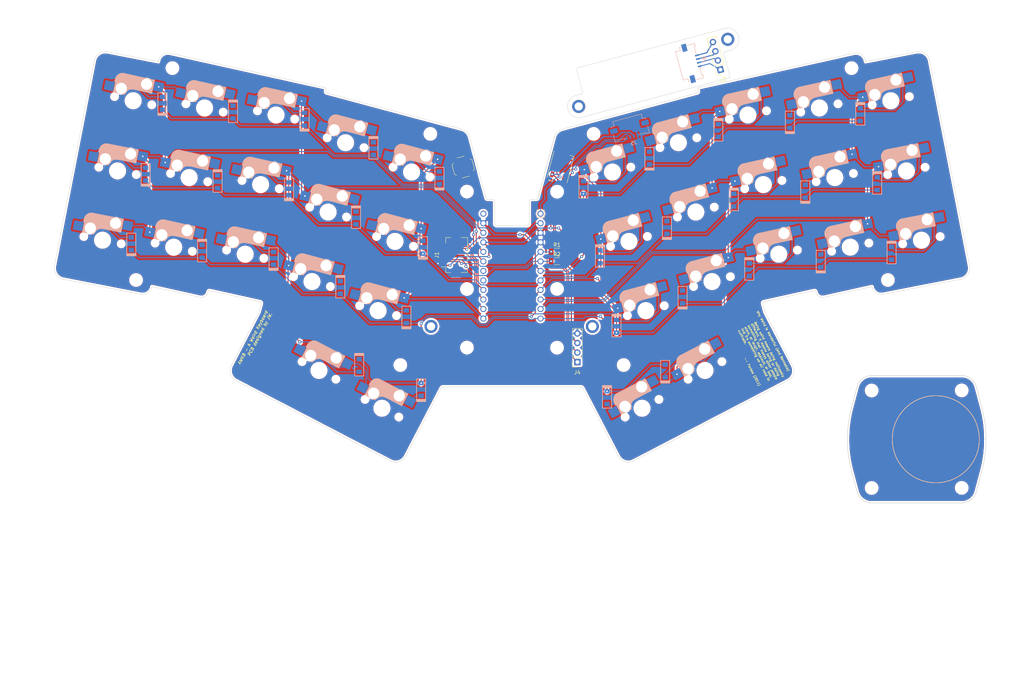
<source format=kicad_pcb>
(kicad_pcb (version 20240108) (generator "pcbnew") (generator_version "8.0")
  (layers (0 "F.Cu" signal) (31 "B.Cu" signal) (34 "B.Paste" user) (35 "F.Paste" user) (36 "B.SilkS" user "B.Silkscreen") (37 "F.SilkS" user "F.Silkscreen") (38 "B.Mask" user) (39 "F.Mask" user) (44 "Edge.Cuts" user))
  (net 0 "")
  (net 1 "row0")
  (net 2 "row1")
  (net 3 "row2")
  (net 4 "row3")
  (net 5 "VCC")
  (net 6 "GND")
  (net 7 "MISO")
  (net 8 "NCS")
  (net 9 "SCL")
  (net 10 "SDA")
  (net 11 "RST")
  (net 12 "col0")
  (net 13 "col1")
  (net 14 "col2")
  (net 15 "col3")
  (net 16 "col4")
  (net 17 "MOSI")
  (net 18 "SCLK")
  (net 21 "LED")
  (net 25 "Net-(D6-K)")
  (net 26 "Net-(D7-A)")
  (net 27 "Net-(D8-K)")
  (net 28 "Net-(D9-A)")
  (net 29 "Net-(D10-K)")
  (net 30 "Net-(D16-K)")
  (net 31 "Net-(D17-A)")
  (net 32 "Net-(D18-K)")
  (net 33 "Net-(D19-A)")
  (net 34 "Net-(D20-K)")
  (net 35 "Net-(D26-K)")
  (net 36 "Net-(D27-A)")
  (net 37 "Net-(D28-K)")
  (net 38 "Net-(D29-A)")
  (net 39 "Net-(D30-K)")
  (net 40 "Net-(D33-A)")
  (net 41 "Net-(D34-K)")
  (net 42 "Net-(D1-A)")
  (net 43 "Net-(D2-K)")
  (net 44 "Net-(D3-A)")
  (net 45 "Net-(D4-K)")
  (net 46 "Net-(D5-A)")
  (net 47 "Net-(D11-A)")
  (net 48 "Net-(D12-K)")
  (net 49 "Net-(D13-A)")
  (net 50 "Net-(D14-K)")
  (net 51 "Net-(D15-A)")
  (net 52 "Net-(D21-A)")
  (net 53 "Net-(D22-K)")
  (net 54 "Net-(D23-A)")
  (net 55 "Net-(D24-K)")
  (net 56 "Net-(D25-A)")
  (net 57 "Net-(D31-A)")
  (net 58 "Net-(D32-K)")
  (net 63 "GND_conn")
  (net 64 "SCL_conn")
  (net 65 "VCC_conn")
  (net 66 "SDA_conn")
  (footprint "jw_custom_image:square_1" (layer "F.Cu") (at 82.324694 111.7456)
    (property "Reference" "H1" (hide yes))
    (property "Value" "MountingHole_Pad" (hide yes))
  )
  (footprint "jw_custom_footprints:CherryMX_Hotswap_single_side" (layer "F.Cu") (at 115.346806 121.920781 -27.5)
    (property "Reference" "SW32")
    (property "Value" "SW32" (hide yes))
  )
  (footprint "MountingHole:MountingHole_2.2mm_M2_ISO7380_Pad" (layer "F.Cu") (at 167.770768 41.507695 105)
    (property "Reference" "OH2" (hide yes))
    (property "Value" "OLED cover")
  )
  (footprint "jw_custom_footprints:CherryMX_Hotswap_single_side" (layer "F.Cu") (at 255.092167 58.682972 11)
    (property "Reference" "SW20")
    (property "Value" "SW20" (hide yes))
  )
  (footprint "jw_custom_footprints:CherryMX_Hotswap_single_side" (layer "F.Cu") (at 203.29311 88.173093 15)
    (property "Reference" "SW27")
    (property "Value" "SW27" (hide yes))
  )
  (footprint "Connector_FFC-FPC:Hirose_FH12-12S-0.5SH_1x12-1MP_P0.50mm_Horizontal" (layer "F.Cu") (at 133.667 81.0944 90)
    (property "Reference" "J1")
    (property "Value" "Conn_01x12_Socket")
  )
  (footprint "MountingHole:MountingHole_2.2mm_M2_ISO7380_Pad" (layer "F.Cu") (at 171.426679 100.117081)
    (property "Reference" "OH3" (hide yes))
    (property "Value" "OLED cover")
  )
  (footprint "jw_custom_footprints:CherryMX_Hotswap_single_side" (layer "F.Cu") (at 176.759887 58.98642 15)
    (property "Reference" "SW6")
    (property "Value" "SW6" (hide yes))
  )
  (footprint "jw_custom_footprints:CherryMX_Hotswap_single_side" (layer "F.Cu") (at 118.828399 77.456683 -15)
    (property "Reference" "SW15")
    (property "Value" "SW15" (hide yes))
  )
  (footprint "jw_custom_footprints:CherryMX_Hotswap_single_side" (layer "F.Cu") (at 83.02485 62.32582 -12.5)
    (property "Reference" "SW13")
    (property "Value" "SW13" (hide yes))
  )
  (footprint "MountingHole:MountingHole_3.2mm_M3" (layer "F.Cu") (at 138.000124 90.162334)
    (property "Reference" "TRH5" (hide yes))
    (property "Value" "Trackpad")
  )
  (footprint "MountingHole:MountingHole_3.2mm_M3" (layer "F.Cu") (at 128.250066 48.815518)
    (property "Reference" "TH2")
    (property "Value" "Spacing plate")
  )
  (footprint "jw_custom_footprints:CherryMX_Hotswap_single_side" (layer "F.Cu") (at 114.326735 95.912768 -15)
    (property "Reference" "SW25")
    (property "Value" "SW25" (hide yes))
  )
  (footprint "MountingHole:MountingHole_3.2mm_M3" (layer "F.Cu") (at 120.249066 110.410518)
    (property "Reference" "TH7")
    (property "Value" "Spacing plate")
  )
  (footprint "Button_Switch_SMD:SW_SPST_TL3342" (layer "F.Cu") (at 137.00797 57.643389 105)
    (property "Reference" "Reset_Button1" (hide yes))
    (property "Value" "SW_RST")
  )
  (footprint "Connector_PinSocket_2.54mm:PinSocket_1x04_P2.54mm_Vertical" (layer "F.Cu") (at 205.519079 31.703648 -165)
    (property "Reference" "J3")
    (property "Value" "OLED")
  )
  (footprint "jw_custom_footprints:CherryMX_Hotswap_single_side" (layer "F.Cu") (at 194.335582 51.170618 15)
    (property "Reference" "SW7")
    (property "Value" "SW7" (hide yes))
  )
  (footprint "jw_custom_footprints:CherryMX_Hotswap_single_side" (layer "F.Cu") (at 96.70689 88.173093 -15)
    (property "Reference" "SW24")
    (property "Value" "SW24" (hide yes))
  )
  (footprint "jw_custom_footprints:CherryMX_Hotswap_single_side" (layer "F.Cu") (at 231.90982 41.910236 12.5)
    (property "Reference" "SW9")
    (property "Value" "SW9" (hide yes))
  )
  (footprint "jw_custom_footprints:CherryMX_Hotswap_single_side" (layer "F.Cu") (at 184.653194 121.920781 27.5)
    (property "Reference" "SW33")
    (property "Value" "SW33" (hide yes))
  )
  (footprint "MountingHole:MountingHole_3.2mm_M3" (layer "F.Cu") (at 245.832142 143.166303)
    (property "Reference" "TRH5" (hide yes))
    (property "Value" "Trackpad")
  )
  (footprint "jw_custom_footprints:CherryMX_Hotswap_single_side" (layer "F.Cu") (at 216.97515 62.32582 12.5)
    (property "Reference" "SW18")
    (property "Value" "SW18" (hide yes))
  )
  (footprint "jw_custom_footprints:CherryMX_Hotswap_single_side" (layer "F.Cu") (at 185.673265 95.912768 15)
    (property "Reference" "SW26")
    (property "Value" "SW26" (hide yes))
  )
  (footprint "jw_custom_footprints:CherryMX_Hotswap_single_side" (layer "F.Cu") (at 87.137194 43.776236 -12.5)
    (property "Reference" "SW3")
    (property "Value" "SW3" (hide yes))
  )
  (footprint "MountingHole:MountingHole_3.2mm_M3" (layer "F.Cu") (at 161.999961 90.135622)
    (property "Reference" "TRH6" (hide yes))
    (property "Value" "Trackpad")
  )
  (footprint "jw_custom_footprints:CherryMX_Hotswap_single_side" (layer "F.Cu") (at 240.134352 79.008703 12.5)
    (property "Reference" "SW29")
    (property "Value" "SW29" (hide yes))
  )
  (footprint "MountingHole:MountingHole_3.2mm_M3" (layer "F.Cu") (at 179.750934 110.410518)
    (property "Reference" "TH6")
    (property "Value" "Spacing plate")
  )
  (footprint "jw_custom_footprints:CherryMX_Hotswap_single_side" (layer "F.Cu") (at 44.907833 58.682972 -11)
    (property "Reference" "SW11")
    (property "Value" "SW11" (hide yes))
  )
  (footprint "jw_custom_footprints:CherryMX_Hotswap_single_side" (layer "F.Cu") (at 250.936256 39.983518 12.5)
    (property "Reference" "SW10")
    (property "Value" "SW10" (hide yes))
  )
  (footprint "MountingHole:MountingHole_3.2mm_M3" (layer "F.Cu") (at 49.838167 87.750857)
    (property "Reference" "TH8")
    (property "Value" "Spacing plate")
  )
  (footprint "jw_custom_footprints:CherryMX_Hotswap_single_side" (layer "F.Cu") (at 123.240113 58.98642 -15)
    (property "Reference" "SW5")
    (property "Value" "SW5" (hide yes))
  )
  (footprint "MountingHole:MountingHole_3.2mm_M3" (layer "F.Cu") (at 245.831979 117.193026)
    (property "Reference" "TRH5" (hide yes))
    (property "Value" "Trackpad")
  )
  (footprint "jw_custom_footprints:CherryMX_Hotswap_single_side" (layer "F.Cu") (at 40.901273 77.142234 -11)
    (property "Reference" "SW21")
    (property "Value" "SW21" (hide yes))
  )
  (footprint "jw_custom_footprints:CherryMX_Hotswap_single_side" (layer "F.Cu") (at 221.087546 80.87564 12.5)
    (property "Reference" "SW28")
    (property "Value" "SW28" (hide yes))
  )
  (footprint "Resistor_SMD:R_1206_3216Metric_Pad1.30x1.75mm_HandSolder" (layer "F.Cu") (at 161.9668 82.7388)
    (property "Reference" "R2")
    (property "Value" "4.7k")
  )
  (footprint "MountingHole:MountingHole_3.2mm_M3" (layer "F.Cu") (at 269.831979 143.139591)
    (property "Reference" "TRH6" (hide yes))
    (property "Value" "Trackpad")
  )
  (footprint "MountingHole:MountingHole_3.2mm_M3" (layer "F.Cu") (at 171.749934 48.815518)
    (property "Reference" "TH3")
    (property "Value" "Spacing plate")
  )
  (footprint "jw_custom_footprints:CherryMX_Hotswap_single_side" (layer "F.Cu") (at 105.664418 51.170618 -15)
    (property "Reference" "SW4")
    (property "Value" "SW4" (hide yes))
  )
  (footprint "MountingHole:MountingHole_3.2mm_M3" (layer "F.Cu") (at 162 105.78461)
    (property "Reference" "TRH3" (hide yes))
    (property "Value" "Trackpad")
  )
  (footprint "LED_SMD:LED_WS2812B_PLCC4_5.0x5.0mm_P3.2mm" (layer "F.Cu") (at 162.932 57.6436 75)
    (property "Reference" "LED1" (hide yes))
    (property "Value" "WS2812B")
  )
  (footprint "jw_custom_footprints:CherryMX_Hotswap_single_side" (layer "F.Cu") (at 212.862806 43.776236 12.5)
    (property "Reference" "SW8")
    (property "Value" "SW8" (hide yes))
  )
  (footprint "MountingHole:MountingHole_2.2mm_M2_ISO7380_Pad" (layer "F.Cu") (at 207.493844 23.616996 105)
    (property "Reference" "OH1" (hide yes))
    (property "Value" "OLED cover")
  )
  (footprint "Connector_PinSocket_2.54mm:PinSocket_1x04_P2.54mm_Vertical" (layer "F.Cu") (at 167.426223 109.617081 180)
    (property "Reference" "J4")
    (property "Value" "OLED")
  )
  (footprint "jw_custom_footprints:CherryMX_Hotswap_single_side" (layer "F.Cu") (at 236.022085 60.459471 12.5)
    (property "Reference" "SW19")
    (property "Value" "SW19" (hide yes))
  )
  (footprint "jw_custom_footprints:CherryMX_Hotswap_single_side" (layer "F.Cu") (at 201.430147 111.847994 27.5)
    (property "Reference" "SW34")
    (property "Value" "SW34" (hide yes))
  )
  (footprint "jw_custom_footprints:CherryMX_Hotswap_single_side" (layer "F.Cu") (at 198.99108 69.651679 15)
    (property "Reference" "SW17")
    (property "Value" "SW17" (hide yes))
  )
  (footprint "MountingHole:MountingHole_3.2mm_M3" (layer "F.Cu") (at 250.161833 87.750857)
    (property "Reference" "TH5")
    (property "Value" "Spacing plate")
  )
  (footprint "MountingHole:MountingHole_3.2mm_M3" (layer "F.Cu") (at 162 64.21539)
    (property "Reference" "TRH2" (hide yes))
    (property "Value" "Trackpad")
  )
  (footprint "MountingHole:MountingHole_3.2mm_M3" (layer "F.Cu") (at 269.831816 117.166314)
    (property "Reference" "TRH6" (hide yes))
    (property "Value" "Trackpad")
  )
  (footprint "jw_custom_footprints:CherryMX_Hotswap_single_side" (layer "F.Cu") (at 68.09018 41.910236 -12.5)
    (property "Reference" "SW2")
    (property "Value" "SW2" (hide yes))
  )
  (footprint "jw_custom_footprints:CherryMX_Hotswap_single_side" (layer "F.Cu") (at 59.865648 79.008703 -12.5)
    (property "Reference" "SW22")
    (property "Value" "SW22" (hide yes))
  )
  (footprint "jw_custom_footprints:CherryMX_Hotswap_single_side" (layer "F.Cu") (at 49.063744 39.983518 -12.5)
    (property "Reference" "SW1")
    (property "Value" "SW1" (hide yes))
  )
  (footprint "jw_custom_footprints:CherryMX_Hotswap_single_side" (layer "F.Cu") (at 78.912454 80.87564 -12.5)
    (property "Reference" "SW23")
    (property "Value" "SW23" (hide yes))
  )
  (footprint "MountingHole:MountingHole_3.2mm_M3" (layer "F.Cu") (at 59.525928 31.292947)
    (property "Reference" "TH1")
    (property "Value" "Spacing plate")
  )
  (footprint "jw_custom_footprints:CherryMX_Hotswap_single_side" (layer "F.Cu") (at 101.00892 69.651679 -15)
    (property "Reference" "SW14")
    (property "Value" "SW14" (hide yes))
  )
  (footprint "MountingHole:MountingHole_2.2mm_M2_ISO7380_Pad" (layer "F.Cu") (at 128.427165 100.117081)
    (property "Reference" "OH4" (hide yes))
    (property "Value" "OLED cover")
  )
  (footprint "MountingHole:MountingHole_3.2mm_M3" (layer "F.Cu") (at 138 105.75837)
    (property "Reference" "TRH4" (hide yes))
    (property "Value" "Trackpad")
  )
  (footprint "jw_custom_footprints:CherryMX_Hotswap_single_side" (layer "F.Cu") (at 98.569853 111.847994 -27.5)
    (property "Reference" "SW31")
    (property "Value" "SW31" (hide yes))
  )
  (footprint "jw_custom_footprints:CherryMX_Hotswap_single_side" (layer "F.Cu") (at 259.098727 77.142234 11)
    (property "Reference" "SW30")
    (property "Value" "SW30" (hide yes))
  )
  (footprint "jw_custom_footprints:CherryMX_Hotswap_single_side" (layer "F.Cu") (at 181.171601 77.456683 15)
    (property "Reference" "SW16")
    (property "Value" "SW16" (hide yes))
  )
  (footprint "MountingHole:MountingHole_3.2mm_M3" (layer "F.Cu") (at 138 64.18915)
    (property "Reference" "TRH1" (hide yes))
    (property "Value" "Trackpad")
  )
  (footprint "MountingHole:MountingHole_3.2mm_M3" (layer "F.Cu") (at 240.474072 31.292947)
    (property "Reference" "TH4")
    (property "Value" "Spacing plate")
  )
  (footprint "Resistor_SMD:R_1206_3216Metric_Pad1.30x1.75mm_HandSolder" (layer "F.Cu") (at 161.9928 80.1988)
    (property "Reference" "R1")
    (property "Value" "4.7k")
  )
  (footprint "jw_custom_footprints:CherryMX_Hotswap_single_side" (layer "F.Cu") (at 63.977915 60.459471 -12.5)
    (property "Reference" "SW12")
    (property "Value" "SW12" (hide yes))
  )
  (footprint "jw_custom_footprints:Diode_SOD123_SMD" (layer "B.Cu") (at 108.430433 71.205772 -90)
    (property "Reference" "D14")
    (property "Value" "Diode")
  )
  (footprint "jw_custom_footprints:Diode_SOD123_SMD" (layer "B.Cu") (at 75.66727 43.008792 -90)
    (property "Reference" "D2")
    (property "Value" "Diode")
  )
  (footprint "jw_custom_footprints:ProMicro_1.1mm_hole_only" (layer "B.Cu") (at 150.000004 82.779253 180)
    (property "Reference" "U1" (hide yes))
    (property "Value" "ProMicro" (hide yes))
  )
  (footprint "Connector_FFC-FPC:Molex_200528-0040_1x04-1MP_P1.00mm_Horizontal" (layer "B.Cu") (at 181.782934 48.688518 15)
    (property "Reference" "J5")
    (property "Value" "Conn_01x04_Socket")
  )
  (footprint "Connector_FFC-FPC:Molex_200528-0040_1x04-1MP_P1.00mm_Horizontal" (layer "B.Cu") (at 198.76356 29.579734 105)
    (property "Reference" "J6")
    (property "Value" "Conn_01x04_Socket")
  )
  (footprint "jw_custom_footprints:Diode_SOD123_SMD" (layer "B.Cu") (at 113.081732 52.72884 -90)
    (property "Reference" "D4")
    (property "Value" "Diode")
  )
  (footprint "jw_custom_footprints:Diode_SOD123_SMD" (layer "B.Cu") (at 186.627819 55.27231 90)
    (property "Reference" "D7")
    (property "Value" "Diode")
  )
  (footprint "jw_custom_footprints:Diode_SOD123_SMD" (layer "B.Cu") (at 71.560808 61.570744 -90)
    (property "Reference" "D12")
    (property "Value" "Diode")
  )
  (footprint "jw_custom_footprints:Diode_SOD123_SMD" (layer "B.Cu") (at 242.797151 43.68667 -90)
    (property "Reference" "D10")
    (property "Value" "Diode")
  )
  (footprint "jw_custom_footprints:Diode_SOD123_SMD" (layer "B.Cu") (at 130.661022 60.55469 90)
    (property "Reference" "D5")
    (property "Value" "Diode")
  )
  (footprint "jw_custom_footprints:Diode_SOD123_SMD" (layer "B.Cu") (at 209.100979 66.4688 -90)
    (property "Reference" "D18")
    (property "Value" "Diode")
  )
  (footprint "jw_custom_footprints:Diode_SOD123_SMD" (layer "B.Cu") (at 173.446069 81.564013 -90)
    (property "Reference" "D16")
    (property "Value" "Diode")
  )
  (footprint "jw_custom_footprints:Diode_SOD123_SMD" (layer "B.Cu") (at 126.263482 79.020543 90)
    (property "Reference" "D15")
    (property "Value" "Diode")
  )
  (footprint "jw_custom_footprints:Diode_SOD123_SMD" (layer "B.Cu") (at 56.8616 40.6656 90)
    (property "Reference" "D1")
    (property "Value" "Diode")
  )
  (footprint "jw_custom_footprints:Diode_SOD123_SMD" (layer "B.Cu") (at 121.860257 97.543639 90)
    (property "Reference" "D25")
    (property "Value" "Diode")
  )
  (footprint "jw_custom_footprints:Diode_SOD123_SMD" (layer "B.Cu") (at 177.849294 100.087109 -90)
    (property "Reference" "D26")
    (property "Value" "Diode")
  )
  (footprint "jw_custom_footprints:Diode_SOD123_SMD" (layer "B.Cu") (at 169.048529 63.09816 -90)
    (property "Reference" "D6")
    (property "Value" "Diode")
  )
  (footprint "jw_custom_footprints:Diode_SOD123_SMD" (layer "B.Cu") (at 90.608572 63.433101 90)
    (property "Reference" "D13")
    (property "Value" "Diode")
  )
  (footprint "jw_custom_footprints:Diode_SOD123_SMD" (layer "B.Cu") (at 104.255999 89.728229 -90)
    (property "Reference" "D24")
    (property "Value" "Diode")
  )
  (footprint "jw_custom_footprints:Diode_SOD123_SMD" (layer "B.Cu") (at 247.305698 62.085509 -90)
    (property "Reference" "D20")
    (property "Value" "Diode")
  )
  (footprint "jw_custom_footprints:Diode_SOD123_SMD" (layer "B.Cu") (at 204.969079 47.932126 -90)
    (property "Reference" "D8")
    (property "Value" "Diode")
  )
  (footprint "jw_custom_footprints:Diode_SOD123_SMD" (layer "B.Cu") (at 125.7972 116.91 90)
    (property "Reference" "D32")
    (property "Value" "Diode")
  )
  (footprint "jw_custom_footprints:Diode_SOD123_SMD" (layer "B.Cu") (at 232.271726 82.650499 90)
    (property "Reference" "D29")
    (property "Value" "Diode")
  )
  (footprint "jw_custom_footprints:Diode_SOD123_SMD" (layer "B.Cu") (at 251.146986 80.627509 -90)
    (property "Reference" "D30")
    (property "Value" "Diode")
  )
  (footprint "jw_custom_footprints:Diode_SOD123_SMD" (layer "B.Cu") (at 190.819669 111.974309 90)
    (property "Reference" "D34")
    (property "Value" "Diode")
  )
  (footprint "jw_custom_footprints:Diode_SOD123_SMD" (layer "B.Cu") (at 48.562565 78.084039 90)
    (property "Reference" "D21")
    (property "Value" "Diode")
  )
  (footprint "jw_custom_footprints:Diode_SOD123_SMD" (layer "B.Cu") (at 191.279118 73.749242 90)
    (property "Reference" "D17")
    (property "Value" "Diode")
  )
  (footprint "jw_custom_footprints:Diode_SOD123_SMD" (layer "B.Cu") (at 94.740472 44.896427 90)
    (property "Reference" "D3")
    (property "Value" "Diode")
  )
  (footprint "jw_custom_footprints:Diode_SOD123_SMD" (layer "B.Cu") (at 228.148743 64.114214 90)
    (property "Reference" "D19")
    (property "Value" "Diode")
  )
  (footprint "jw_custom_footprints:Diode_SOD123_SMD" (layer "B.Cu") (at 213.22392 85.006048 -90)
    (property "Reference" "D28")
    (property "Value" "Diode")
  )
  (footprint "jw_custom_footprints:Diode_SOD123_SMD" (layer "B.Cu") (at 52.403853 59.542039 90)
    (property "Reference" "D11")
    (property "Value" "Diode")
  )
  (footprint "jw_custom_footprints:Diode_SOD123_SMD" (layer "B.Cu") (at 195.453552 92.271699 90)
    (property "Reference" "D27")
    (property "Value" "Diode")
  )
  (footprint "jw_custom_footprints:Diode_SOD123_SMD" (layer "B.Cu") (at 175.325669 119.086309 -90)
    (property "Reference" "D33")
    (property "Value" "Diode")
  )
  (footprint "jw_custom_footprints:Diode_SOD123_SMD" (layer "B.Cu") (at 109.2872 110.5124 -90)
    (property "Reference" "D31")
    (property "Value" "Diode")
  )
  (footprint "jw_custom_footprints:Diode_SOD123_SMD" (layer "B.Cu") (at 67.437825 80.107029 -90)
    (property "Reference" "D22")
    (property "Value" "Diode")
  )
  (footprint "jw_custom_footprints:Diode_SOD123_SMD" (layer "B.Cu") (at 86.485631 81.970349 90)
    (property "Reference" "D23")
    (property "Value" "Diode")
  )
  (footprint "jw_custom_footprints:Diode_SOD123_SMD" (layer "B.Cu") (at 224.042281 45.552262 90)
    (property "Reference" "D9")
    (property "Value" "Diode")
  )
  (gr_circle (center 262.925855 130.179676) (end 274.525855 130.179676) (stroke (width 0.15)) (fill none) (layer "B.SilkS"))
  (gr_circle (center 262.925855 130.179676) (end 274.525855 130.179676) (stroke (width 0.15)) (fill none) (layer "F.SilkS"))
  (gr_line (start 155.1248 66.266753) (end 156.469541 66.266753) (stroke (width 0.1)) (layer "Edge.Cuts"))
  (gr_arc (start 248.875544 91.557709) (mid 247.000499 91.176288) (end 245.944454 89.580663) (stroke (width 0.1)) (layer "Edge.Cuts"))
  (gr_arc (start 131.136116 116.495126) (mid 131.320235 116.298545) (end 131.579621 116.226) (stroke (width 0.1)) (layer "Edge.Cuts"))
  (gr_line (start 241.155535 27.33154) (end 199.974037 36.461258) (stroke (width 0.1)) (layer "Edge.Cuts"))
  (gr_line (start 257.831951 113.2188) (end 269.831854 113.2188) (stroke (width 0.15)) (layer "Edge.Cuts"))
  (gr_arc (start 76.496836 114.56881) (mid 75.020905 112.809902) (end 75.22105 110.522531) (stroke (width 0.1)) (layer "Edge.Cuts"))
  (gr_line (start 230.986257 90.868125) (end 231.008121 90.966748) (stroke (width 0.1)) (layer "Edge.Cuts"))
  (gr_arc (start 69.013743 90.868125) (mid 69.189379 90.617397) (end 69.490838 90.564182) (stroke (width 0.1)) (layer "Edge.Cuts"))
  (gr_line (start 28.081801 84.02252) (end 38.713665 29.326322) (stroke (width 0.1)) (layer "Edge.Cuts"))
  (gr_arc (start 54.055546 89.580663) (mid 52.999473 91.176261) (end 51.124456 91.557709) (stroke (width 0.1)) (layer "Edge.Cuts"))
  (gr_line (start 161.3004 49.669603) (end 156.952503 65.896162) (stroke (width 0.1)) (layer "Edge.Cuts"))
  (gr_arc (start 167.243837 31.813762) (mid 167.293799 31.434374) (end 167.59739 31.201389) (stroke (width 0.1)) (layer "Edge.Cuts"))
  (gr_arc (start 269.831854 113.2188) (mid 272.266867 114.045421) (end 273.695557 116.183524) (stroke (width 0.15)) (layer "Edge.Cuts"))
  (gr_line (start 121.660597 134.697428) (end 131.136116 116.495126) (stroke (width 0.1)) (layer "Edge.Cuts"))
  (gr_arc (start 224.77895 110.522531) (mid 224.979091 112.8099) (end 223.503164 114.56881) (stroke (width 0.1)) (layer "Edge.Cuts"))
  (gr_line (start 150 116.226) (end 131.579621 116.226) (stroke (width 0.1)) (layer "Edge.Cuts"))
  (gr_arc (start 217.529386 96.59625) (mid 217.394392 96.298319) (end 217.29264 95.987461) (stroke (width 0.1)) (layer "Edge.Cuts"))
  (gr_arc (start 100.608703 37.910267) (mid 100.370258 37.731396) (end 100.321712 37.437321) (stroke (width 0.1)) (layer "Edge.Cuts"))
  (gr_arc (start 240.506884 138.719831) (mid 239.382437 130.1788) (end 240.506884 121.637769) (stroke (width 0.15)) (layer "Edge.Cuts"))
  (gr_line (start 82.70736 95.987461) (end 83.229817 94.037625) (stroke (width 0.1)) (layer "Edge.Cuts"))
  (gr_line (start 136.57828 47.548284) (end 100.608703 37.910267) (stroke (width 0.1)) (layer "Edge.Cuts"))
  (gr_line (start 233.155044 92.334491) (end 245.929263 89.502515) (stroke (width 0.1)) (layer "Edge.Cuts"))
  (gr_line (start 166.994303 38.609919) (end 168.443197 38.221688) (stroke (width 0.1)) (layer "Edge.Cuts"))
  (gr_arc (start 233.155044 92.334491) (mid 231.798289 92.095288) (end 231.008121 90.966748) (stroke (width 0.1)) (layer "Edge.Cuts"))
  (gr_arc (start 241.968345 116.183524) (mid 243.397004 114.045391) (end 245.832048 113.2188) (stroke (width 0.15)) (layer "Edge.Cuts"))
  (gr_line (start 240.506884 121.637769) (end 241.968345 116.183524) (stroke (width 0.15)) (layer "Edge.Cuts"))
  (gr_line (start 224.77895 110.522531) (end 217.529386 96.59625) (stroke (width 0.1)) (layer "Edge.Cuts"))
  (gr_line (start 143.530459 66.266753) (end 144.8752 66.266753) (stroke (width 0.1)) (layer "Edge.Cuts"))
  (gr_line (start 245.929263 89.502515) (end 245.944454 89.580663) (stroke (width 0.1)) (layer "Edge.Cuts"))
  (gr_arc (start 38.713665 29.326322) (mid 39.980988 27.411663) (end 42.230974 26.953867) (stroke (width 0.1)) (layer "Edge.Cuts"))
  (gr_arc (start 273.695557 144.174076) (mid 272.266915 146.312231) (end 269.831854 147.1388) (stroke (width 0.15)) (layer "Edge.Cuts"))
  (gr_arc (start 100.025963 36.461258) (mid 100.339399 36.680784) (end 100.40589 37.057628) (stroke (width 0.1)) (layer "Edge.Cuts"))
  (gr_line (start 244.207969 29.58987) (end 244.150701 29.295255) (stroke (width 0.1)) (layer "Edge.Cuts"))
  (gr_line (start 199.678288 37.437321) (end 199.59411 37.057628) (stroke (width 0.1)) (layer "Edge.Cuts"))
  (gr_line (start 168.547217 44.405474) (end 207.66722 33.9233) (stroke (width 0.1)) (layer "Edge.Cuts"))
  (gr_line (start 154.6248 66.766753) (end 154.6248 72.766753) (stroke (width 0.1)) (layer "Edge.Cuts"))
  (gr_arc (start 245.832048 147.1388) (mid 243.396972 146.312245) (end 241.968345 144.174076) (stroke (width 0.15)) (layer "Edge.Cuts"))
  (gr_line (start 182.385682 135.973214) (end 223.503164 114.56881) (stroke (width 0.1)) (layer "Edge.Cuts"))
  (gr_line (start 54.070737 89.502515) (end 66.844956 92.334491) (stroke (width 0.1)) (layer "Edge.Cuts"))
  (gr_line (start 208.270295 26.514774) (end 206.821412 26.903) (stroke (width 0.1)) (layer "Edge.Cuts"))
  (gr_line (start 161.3004 49.669603) (end 156.952503 65.896162) (stroke (width 0.1)) (layer "Edge.Cuts"))
  (gr_arc (start 154.6248 72.766753) (mid 154.478363 73.120324) (end 154.1248 73.266753) (stroke (width 0.1)) (layer "Edge.Cuts"))
  (gr_line (start 216.770183 94.037625) (end 217.29264 95.987461) (stroke (width 0.1)) (layer "Edge.Cuts"))
  (gr_line (start 261.286335 29.326322) (end 271.918199 84.02252) (stroke (width 0.1)) (layer "Edge.Cuts"))
  (gr_arc (start 241.155535 27.33154) (mid 243.067329 27.681625) (end 244.150701 29.295255) (stroke (width 0.1)) (layer "Edge.Cuts"))
  (gr_line (start 257.769026 26.953867) (end 244.207969 29.58987) (stroke (width 0.1)) (layer "Edge.Cuts"))
  (gr_arc (start 182.385682 135.973214) (mid 180.098302 136.173357) (end 178.339403 134.697428) (stroke (width 0.1)) (layer "Edge.Cuts"))
  (gr_arc (start 216.770183 94.037625) (mid 216.814589 93.726581) (end 217.069976 93.543578) (stroke (width 0.1)) (layer "Edge.Cuts"))
  (gr_line (start 168.796751 37.609316) (end 167.243837 31.813762) (stroke (width 0.1)) (layer "Edge.Cuts"))
  (gr_arc (start 68.991879 90.966748) (mid 68.201693 92.09526) (end 66.844956 92.334491) (stroke (width 0.1)) (layer "Edge.Cuts"))
  (gr_arc (start 156.952503 65.896162) (mid 156.773935 66.163468) (end 156.469541 66.266753) (stroke (width 0.1)) (layer "Edge.Cuts"))
  (gr_arc (start 121.660597 134.697428) (mid 119.90167 136.173334) (end 117.614318 135.973214) (stroke (width 0.1)) (layer "Edge.Cuts"))
  (gr_arc (start 82.70736 95.987461) (mid 82.605612 96.298321) (end 82.470614 96.59625) (stroke (width 0.1)) (layer "Edge.Cuts"))
  (gr_line (start 245.832048 113.2188) (end 257.831951 113.2188) (stroke (width 0.15)) (layer "Edge.Cuts"))
  (gr_line (start 143.047497 65.896162) (end 138.6996 49.669603) (stroke (width 0.1)) (layer "Edge.Cuts"))
  (gr_arc (start 154.6248 66.766753) (mid 154.771256 66.413217) (end 155.1248 66.266753) (stroke (width 0.1)) (layer "Edge.Cuts"))
  (gr_line (start 55.849299 29.295255) (end 55.792031 29.58987) (stroke (width 0.1)) (layer "Edge.Cuts"))
  (gr_line (start 206.46786 27.515373) (end 208.020774 33.310928) (stroke (width 0.1)) (layer "Edge.Cuts"))
  (gr_arc (start 55.849299 29.295255) (mid 56.932619 27.681547) (end 58.844465 27.33154) (stroke (width 0.1)) (layer "Edge.Cuts"))
  (gr_arc (start 30.454256 87.539829) (mid 28.539544 86.272543) (end 28.081801 84.02252) (stroke (width 0.1)) (layer "Edge.Cuts"))
  (gr_arc (start 168.796751 37.609316) (mid 168.746774 37.988702) (end 168.443197 38.221688) (stroke (width 0.1)) (layer "Edge.Cuts"))
  (gr_arc (start 230.509162 90.564182) (mid 230.810696 90.617313) (end 230.986257 90.868125) (stroke (width 0.1)) (layer "Edge.Cuts"))
  (gr_arc (start 208.020774 33.310928) (mid 207.970844 33.69037) (end 207.66722 33.9233) (stroke (width 0.1)) (layer "Edge.Cuts"))
  (gr_arc (start 257.769026 26.953867) (mid 260.01901 27.41166) (end 261.286335 29.326322) (stroke (width 0.1)) (layer "Edge.Cuts"))
  (gr_line (start 245.832048 147.1388) (end 257.831951 147.1388) (stroke (width 0.15)) (layer "Edge.Cuts"))
  (gr_arc (start 136.57828 47.548284) (mid 137.923144 48.324742) (end 138.6996 49.669603) (stroke (width 0.1)) (layer "Edge.Cuts"))
  (gr_arc (start 143.530459 66.266753) (mid 143.226109 66.16341) (end 143.047497 65.896162) (stroke (width 0.1)) (layer "Edge.Cuts"))
  (gr_line (start 100.40589 37.057628) (end 100.321712 37.437321) (stroke (width 0.1)) (layer "Edge.Cuts"))
  (gr_line (start 145.3752 72.766753) (end 145.3752 66.766753) (stroke (width 0.1)) (layer "Edge.Cuts"))
  (gr_arc (start 275.157018 121.637769) (mid 276.281466 130.1788) (end 275.157018 138.719831) (stroke (width 0.15)) (layer "Edge.Cuts"))
  (gr_arc (start 144.8752 66.266753) (mid 145.228763 66.413198) (end 145.3752 66.766753) (stroke (width 0.1)) (layer "Edge.Cuts"))
  (gr_arc (start 206.71738 20.71922) (mid 210.391609 22.840521) (end 208.270295 26.514774) (stroke (width 0.1)) (layer "Edge.Cuts"))
  (gr_line (start 257.831951 147.1388) (end 269.831854 147.1388) (stroke (width 0.15)) (layer "Edge.Cuts"))
  (gr_line (start 68.991879 90.966748) (end 69.013743 90.868125) (stroke (width 0.1)) (layer "Edge.Cuts"))
  (gr_line (start 55.792031 29.58987) (end 42.230974 26.953867) (stroke (width 0.1)) (layer "Edge.Cuts"))
  (gr_line (start 76.496836 114.56881) (end 117.614318 135.973214) (stroke (width 0.1)) (layer "Edge.Cuts"))
  (gr_line (start 54.055546 89.580663) (end 54.070737 89.502515) (stroke (width 0.1)) (layer "Edge.Cuts"))
  (gr_arc (start 168.420379 116.226) (mid 168.679774 116.298536) (end 168.863884 116.495126) (stroke (width 0.1)) (layer "Edge.Cuts"))
  (gr_line (start 150 73.266753) (end 154.1248 73.266753) (stroke (width 0.1)) (layer "Edge.Cuts"))
  (gr_arc (start 199.59411 37.057628) (mid 199.660557 36.680745) (end 199.974037 36.461258) (stroke (width 0.1)) (layer "Edge.Cuts"))
  (gr_arc (start 168.547217 44.405474) (mid 164.872949 42.284137) (end 166.994303 38.609919) (stroke (width 0.1)) (layer "Edge.Cuts"))
  (gr_arc (start 161.3004 49.669603) (mid 162.076857 48.32474) (end 163.42172 47.548284) (stroke (width 0.1)) (layer "Edge.Cuts"))
  (gr_line (start 178.339403 134.697428) (end 168.863884 116.495126) (stroke (width 0.1)) (layer "Edge.Cuts"))
  (gr_line (start 199.391297 37.910267) (end 163.42172 47.548284) (stroke (width 0.1)) (layer "Edge.Cuts"))
  (gr_line (start 240.506884 138.719831) (end 241.968345 144.174076) (stroke (width 0.15)) (layer "Edge.Cuts"))
  (gr_arc (start 271.918199 84.02252) (mid 271.460453 86.272541) (end 269.545744 87.539829) (stroke (width 0.1)) (layer "Edge.Cuts"))
  (gr_arc (start 82.930024 93.543578) (mid 83.185448 93.726578) (end 83.229817 94.037625) (stroke (width 0.1)) (layer "Edge.Cuts"))
  (gr_line (start 145.8752 73.266753) (end 150 73.266753) (stroke (width 0.1)) (layer "Edge.Cuts"))
  (gr_line (start 273.695557 116.183524) (end 275.157018 121.637769) (stroke (width 0.15)) (layer "Edge.Cuts"))
  (gr_line (start 69.490838 90.564182) (end 82.930024 93.543578) (stroke (width 0.1)) (layer "Edge.Cuts"))
  (gr_line (start 30.454256 87.539829) (end 51.124456 91.557709) (stroke (width 0.1)) (layer "Edge.Cuts"))
  (gr_line (start 82.470614 96.59625) (end 75.22105 110.522531) (stroke (width 0.1)) (layer "Edge.Cuts"))
  (gr_line (start 217.069976 93.543578) (end 230.509162 90.564182) (stroke (width 0.1)) (layer "Edge.Cuts"))
  (gr_line (start 100.025963 36.461258) (end 58.844465 27.33154) (stroke (width 0.1)) (layer "Edge.Cuts"))
  (gr_line (start 273.695557 144.174076) (end 275.157018 138.719831) (stroke (width 0.15)) (layer "Edge.Cuts"))
  (gr_line (start 248.875544 91.557709) (end 269.545744 87.539829) (stroke (width 0.1)) (layer "Edge.Cuts"))
  (gr_line (start 206.71738 20.71922) (end 167.59739 31.201389) (stroke (width 0.1)) (layer "Edge.Cuts"))
  (gr_line (start 150 116.226) (end 168.420379 116.226) (stroke (width 0.1)) (layer "Edge.Cuts"))
  (gr_arc (start 145.8752 73.266753) (mid 145.521656 73.120305) (end 145.3752 72.766753) (stroke (width 0.1)) (layer "Edge.Cuts"))
  (gr_arc (start 206.46786 27.515373) (mid 206.517816 27.135983) (end 206.821412 26.903) (stroke (width 0.1)) (layer "Edge.Cuts"))
  (gr_arc (start 199.678288 37.437321) (mid 199.629735 37.731402) (end 199.391297 37.910267) (stroke (width 0.1)) (layer "Edge.Cuts"))
  (gr_text "Why Weird is Wonderful (and Bankable)\n\n	Being weird means being noticeably \n	different. It means being or doing \n	something that makes other people \n	stare, or laugh, applaud, or boo. \n	And it's something we all need to \n	cultivate.\n\n				-- Forbes (2011)" (at 211.512678 97.916015 -62.5) (layer "F.SilkS") (effects (font (size 0.6 0.6) (thickness 0.125) (bold yes) (italic yes)) (justify left)))
  (gr_text "AWKB - A Weird Keyboard\nPCB designed by JW." (at 85.2588 96.1868 62.5) (layer "F.SilkS") (effects (font (size 0.8 0.8) (thickness 0.15) (italic yes)) (justify right)))
  (segment (start 153.4324 75.6776) (end 156.2264 78.4716) (width 0.25) (layer "F.Cu") (net 1))
  (segment (start 169.048529 81.027871) (end 169.048529 64.79816) (width 0.25) (layer "F.Cu") (net 1))
  (segment (start 156.2264 78.4716) (end 156.2264 83.93815) (width 0.25) (layer "F.Cu") (net 1))
  (segment (start 152.1624 75.6776) (end 153.4324 75.6776) (width 0.25) (layer "F.Cu") (net 1))
  (segment (start 156.2264 83.93815) (end 157.610003 85.321753) (width 0.25) (layer "F.Cu") (net 1))
  (segment (start 168.5708 81.5056) (end 169.048529 81.027871) (width 0.25) (layer "F.Cu") (net 1))
  (via (at 169.048529 64.79816) (size 0.8) (drill 0.4) (layers "F.Cu" "B.Cu") (net 1))
  (via (at 168.5708 81.5056) (size 0.8) (drill 0.4) (layers "F.Cu" "B.Cu") (net 1))
  (via (at 152.1624 75.6776) (size 0.8) (drill 0.4) (layers "F.Cu" "B.Cu") (net 1))
  (segment (start 224.042281 47.252262) (end 207.348943 47.252262) (width 0.25) (layer "B.Cu") (net 1))
  (segment (start 141.342 73.8488) (end 143.5264 73.8488) (width 0.25) (layer "B.Cu") (net 1))
  (segment (start 56.8616 42.3656) (end 59.204792 44.708792) (width 0.25) (layer "B.Cu") (net 1))
  (segment (start 120.907582 62.25469) (end 130.661022 62.25469) (width 0.25) (layer "B.Cu") (net 1))
  (segment (start 164.754647 85.321753) (end 168.5708 81.5056) (width 0.25) (layer "B.Cu") (net 1))
  (segment (start 77.554905 46.596427) (end 94.740472 46.596427) (width 0.25) (layer "B.Cu") (net 1))
  (segment (start 75.66727 44.708792) (end 77.554905 46.596427) (width 0.25) (layer "B.Cu") (net 1))
  (segment (start 204.969079 49.632126) (end 204.47685 49.632126) (width 0.25) (layer "B.Cu") (net 1))
  (segment (start 102.572885 54.42884) (end 113.081732 54.42884) (width 0.25) (layer "B.Cu") (net 1))
  (segment (start 242.797151 45.38667) (end 225.907873 45.38667) (width 0.25) (layer "B.Cu") (net 1))
  (segment (start 157.610003 85.321753) (end 164.754647 85.321753) (width 0.25) (layer "B.Cu") (net 1))
  (segment (start 130.661022 62.25469) (end 130.661022 63.167822) (width 0.25) (layer "B.Cu") (net 1))
  (segment (start 225.907873 45.38667) (end 224.042281 47.252262) (width 0.25) (layer "B.Cu") (net 1))
  (segment (start 207.348943 47.252262) (end 204.969079 49.632126) (width 0.25) (layer "B.Cu") (net 1))
  (segment (start 169.048529 64.79816) (end 178.801969 64.79816) (width 0.25) (layer "B.Cu") (net 1))
  (segment (start 94.740472 46.596427) (end 102.572885 54.42884) (width 0.25) (layer "B.Cu") (net 1))
  (segment (start 197.136666 56.97231) (end 186.627819 56.97231) (width 0.25) (layer "B.Cu") (net 1))
  (segment (start 130.661022 63.167822) (end 141.342 73.8488) (width 0.25) (layer "B.Cu") (net 1))
  (segment (start 204.47685 49.632126) (end 197.136666 56.97231) (width 0.25) (layer "B.Cu") (net 1))
  (segment (start 178.801969 64.79816) (end 186.627819 56.97231) (width 0.25) (layer "B.Cu") (net 1))
  (segment (start 143.5264 73.8488) (end 145.3552 75.6776) (width 0.25) (layer "B.Cu") (net 1))
  (segment (start 113.081732 54.42884) (end 120.907582 62.25469) (width 0.25) (layer "B.Cu") (net 1))
  (segment (start 59.204792 44.708792) (end 75.66727 44.708792) (width 0.25) (layer "B.Cu") (net 1))
  (segment (start 145.3552 75.6776) (end 152.1624 75.6776) (width 0.25) (layer "B.Cu") (net 1))
  (via (at 126.263482 80.720543) (size 0.8) (drill 0.4) (layers "F.Cu" "B.Cu") (net 2))
  (segment (start 108.430433 72.927233) (end 116.223743 80.720543) (width 0.25) (layer "B.Cu") (net 2))
  (segment (start 183.464347 83.264013) (end 191.279118 75.449242) (width 0.25) (layer "B.Cu") (net 2))
  (segment (start 211.455565 65.814214) (end 209.100979 68.1688) (width 0.25) (layer "B.Cu") (net 2))
  (segment (start 158.566957 86.9048) (end 169.805282 86.9048) (width 0.25) (layer "B.Cu") (net 2))
  (segment (start 52.403853 61.242039) (end 54.432558 63.270744) (width 0.25) (layer "B.Cu") (net 2))
  (segment (start 247.305698 63.785509) (end 230.177448 63.785509) (width 0.25) (layer "B.Cu") (net 2))
  (segment (start 90.608572 65.133101) (end 98.381243 72.905772) (width 0.25) (layer "B.Cu") (net 2))
  (segment (start 108.430433 72.905772) (end 108.430433 72.927233) (width 0.25) (layer "B.Cu") (net 2))
  (segment (start 169.805282 86.9048) (end 173.446069 83.264013) (width 0.25) (layer "B.Cu") (net 2))
  (segment (start 141.7484 89.038) (end 156.433757 89.038) (width 0.25) (layer "B.Cu") (net 2))
  (segment (start 157.610004 87.861753) (end 158.566957 86.9048) (width 0.25) (layer "B.Cu") (net 2))
  (segment (start 201.820537 75.449242) (end 191.279118 75.449242) (width 0.25) (layer "B.Cu") (net 2))
  (segment (start 133.246139 87.7032) (end 140.4136 87.7032) (width 0.25) (layer "B.Cu") (net 2))
  (segment (start 73.423165 65.133101) (end 90.608572 65.133101) (width 0.25) (layer "B.Cu") (net 2))
  (segment (start 116.223743 80.720543) (end 126.263482 80.720543) (width 0.25) (layer "B.Cu") (net 2))
  (segment (start 156.433757 89.038) (end 157.610004 87.861753) (width 0.25) (layer "B.Cu") (net 2))
  (segment (start 209.100979 68.1688) (end 201.820537 75.449242) (width 0.25) (layer "B.Cu") (net 2))
  (segment (start 54.432558 63.270744) (end 71.560808 63.270744) (width 0.25) (layer "B.Cu") (net 2))
  (segment (start 133.246139 87.7032) (end 126.263482 80.720543) (width 0.25) (layer "B.Cu") (net 2))
  (segment (start 228.148743 65.814214) (end 211.455565 65.814214) (width 0.25) (layer "B.Cu") (net 2))
  (segment (start 98.381243 72.905772) (end 108.430433 72.905772) (width 0.25) (layer "B.Cu") (net 2))
  (segment (start 71.560808 63.270744) (end 73.423165 65.133101) (width 0.25) (layer "B.Cu") (net 2))
  (segment (start 140.4136 87.7032) (end 141.7484 89.038) (width 0.25) (layer "B.Cu") (net 2))
  (segment (start 230.177448 63.785509) (end 228.148743 65.814214) (width 0.25) (layer "B.Cu") (net 2))
  (segment (start 173.446069 83.264013) (end 183.464347 83.264013) (width 0.25) (layer "B.Cu") (net 2))
  (segment (start 173.220614 91.616414) (end 177.849294 96.245094) (width 0.25) (layer "F.Cu") (net 3))
  (segment (start 177.849294 96.245094) (end 177.849294 101.787109) (width 0.25) (layer "F.Cu") (net 3))
  (segment (start 172.774614 87.3548) (end 173.220614 87.8008) (width 0.25) (layer "F.Cu") (net 3))
  (segment (start 173.220614 87.8008) (end 173.220614 91.616414) (width 0.25) (layer "F.Cu") (net 3))
  (segment (start 156.2264 91.785357) (end 157.610004 90.401753) (width 0.25) (layer "F.Cu") (net 3))
  (segment (start 156.2264 96.4686) (end 156.2264 91.785357) (width 0.25) (layer "F.Cu") (net 3))
  (segment (start 155.2104 97.4846) (end 156.2264 96.4686) (width 0.25) (layer "F.Cu") (net 3))
  (via (at 155.2104 97.4846) (size 0.8) (drill 0.4) (layers "F.Cu" "B.Cu") (net 3))
  (via (at 172.774614 87.3548) (size 0.8) (drill 0.4) (layers "F.Cu" "B.Cu") (net 3))
  (via (at 177.849294 101.787109) (size 0.8) (drill 0.4) (layers "F.Cu" "B.Cu") (net 3))
  (segment (start 205.958269 93.971699) (end 195.453552 93.971699) (width 0.25) (layer "B.Cu") (net 3))
  (segment (start 160.656957 87.3548) (end 157.610004 90.401753) (width 0.25) (layer "B.Cu") (net 3))
  (segment (start 69.643549 83.670349) (end 86.485631 83.670349) (width 0.25) (layer "B.Cu") (net 3))
  (segment (start 94.243511 91.428229) (end 104.255999 91.428229) (width 0.25) (layer "B.Cu") (net 3))
  (segment (start 155.2104 97.4846) (end 144.935 97.4846) (width 0.25) (layer "B.Cu") (net 3))
  (segment (start 48.562565 79.784039) (end 50.585555 81.807029) (width 0.25) (layer "B.Cu") (net 3))
  (segment (start 141.596 99.3758) (end 139.495 97.2748) (width 0.25) (layer "B.Cu") (net 3))
  (segment (start 50.585555 81.807029) (end 67.437825 81.807029) (width 0.25) (layer "B.Cu") (net 3))
  (segment (start 86.485631 83.670349) (end 94.243511 91.428229) (width 0.25) (layer "B.Cu") (net 3))
  (segment (start 215.579469 84.350499) (end 213.22392 86.706048) (width 0.25) (layer "B.Cu") (net 3))
  (segment (start 234.294716 82.327509) (end 232.271726 84.350499) (width 0.25) (layer "B.Cu") (net 3))
  (segment (start 124.710161 99.243639) (end 121.860257 99.243639) (width 0.25) (layer "B.Cu") (net 3))
  (segment (start 127.261803 97.2748) (end 125.885803 98.6508) (width 0.25) (layer "B.Cu") (net 3))
  (segment (start 187.638142 101.787109) (end 177.849294 101.787109) (width 0.25) (layer "B.Cu") (net 3))
  (segment (start 125.303 98.6508) (end 124.710161 99.243639) (width 0.25) (layer "B.Cu") (net 3))
  (segment (start 104.255999 91.428229) (end 112.071409 99.243639) (width 0.25) (layer "B.Cu") (net 3))
  (segment (start 232.271726 84.350499) (end 215.579469 84.350499) (width 0.25) (layer "B.Cu") (net 3))
  (segment (start 195.453552 93.971699) (end 187.638142 101.787109) (width 0.25) (layer "B.Cu") (net 3))
  (segment (start 67.780229 81.807029) (end 69.643549 83.670349) (width 0.25) (layer "B.Cu") (net 3))
  (segment (start 172.774614 87.3548) (end 160.656957 87.3548) (width 0.25) (layer "B.Cu") (net 3))
  (segment (start 143.0438 99.3758) (end 141.596 99.3758) (width 0.25) (layer "B.Cu") (net 3))
  (segment (start 139.495 97.2748) (end 127.261803 97.2748) (width 0.25) (layer "B.Cu") (net 3))
  (segment (start 251.146986 82.327509) (end 234.294716 82.327509) (width 0.25) (layer "B.Cu") (net 3))
  (segment (start 144.935 97.4846) (end 143.0438 99.3758) (width 0.25) (layer "B.Cu") (net 3))
  (segment (start 112.071409 99.243639) (end 121.860257 99.243639) (width 0.25) (layer "B.Cu") (net 3))
  (segment (start 213.22392 86.706048) (end 205.958269 93.971699) (width 0.25) (layer "B.Cu") (net 3))
  (segment (start 125.885803 98.6508) (end 125.303 98.6508) (width 0.25) (layer "B.Cu") (net 3))
  (segment (start 67.437825 81.807029) (end 67.780229 81.807029) (width 0.25) (layer "B.Cu") (net 3))
  (segment (start 125.797199 99.3758) (end 125.797199 115.21) (width 0.25) (layer "F.Cu") (net 4))
  (segment (start 175.325668 99.210268) (end 175.325668 117.386309) (width 0.25) (layer "F.Cu") (net 4))
  (segment (start 173.6 97.4846) (end 175.325668 99.210268) (width 0.25) (layer "F.Cu") (net 4))
  (via (at 175.325668 117.386309) (size 0.8) (drill 0.4) (layers "F.Cu" "B.Cu") (net 4))
  (via (at 173.6 97.4846) (size 0.8) (drill 0.4) (layers "F.Cu" "B.Cu") (net 4))
  (via (at 125.797199 99.3758) (size 0.8) (drill 0.4) (layers "F.Cu" "B.Cu") (net 4))
  (via (at 125.797199 115.21) (size 0.8) (drill 0.4) (layers "F.Cu" "B.Cu") (net 4))
  (segment (start 154.706895 98.2096) (end 155.764705 98.2096) (width 0.25) (layer "B.Cu") (net 4))
  (segment (start 169.1042 98.0296) (end 157.617851 98.0296) (width 0.25) (layer "B.Cu") (net 4))
  (segment (start 155.952552 98.021753) (end 157.610004 98.021753) (width 0.25) (layer "B.Cu") (net 4))
  (segment (start 139.308604 97.7248) (end 141.409604 99.8258) (width 0.25) (layer "B.Cu") (net 4))
  (segment (start 141.409604 99.8258) (end 143.230196 99.8258) (width 0.25) (layer "B.Cu") (net 4))
  (segment (start 154.431895 97.9346) (end 154.706895 98.2096) (width 0.25) (layer "B.Cu") (net 4))
  (segment (start 145.121396 97.9346) (end 154.431895 97.9346) (width 0.25) (layer "B.Cu") (net 4))
  (segment (start 111.566 113.9088) (end 111.566 111.091201) (width 0.25) (layer "B.Cu") (net 4))
  (segment (start 169.6492 97.4846) (end 169.1042 98.0296) (width 0.25) (layer "B.Cu") (net 4))
  (segment (start 157.617851 98.0296) (end 157.610004 98.021753) (width 0.25) (layer "B.Cu") (net 4))
  (segment (start 155.764705 98.2096) (end 155.952552 98.021753) (width 0.25) (layer "B.Cu") (net 4))
  (segment (start 112.8672 115.21) (end 111.566 113.9088) (width 0.25) (layer "B.Cu") (net 4))
  (segment (start 125.797199 99.3758) (end 127.448199 97.7248) (width 0.25) (layer "B.Cu") (net 4))
  (segment (start 111.566 111.091201) (end 109.287199 108.8124) (width 0.25) (layer "B.Cu") (net 4))
  (segment (start 173.6 97.4846) (end 169.6492 97.4846) (width 0.25) (layer "B.Cu") (net 4))
  (segment (start 125.797199 115.21) (end 112.8672 115.21) (width 0.25) (layer "B.Cu") (net 4))
  (segment (start 190.819668 110.274309) (end 187.071491 110.274309) (width 0.25) (layer "B.Cu") (net 4))
  (segment (start 179.959491 117.386309) (end 175.325668 117.386309) (width 0.25) (layer "B.Cu") (net 4))
  (segment (start 187.071491 110.274309) (end 179.959491 117.386309) (width 0.25) (layer "B.Cu") (net 4))
  (segment (start 143.230196 99.8258) (end 145.121396 97.9346) (width 0.25) (layer "B.Cu") (net 4))
  (segment (start 127.448199 97.7248) (end 139.308604 97.7248) (width 0.25) (layer "B.Cu") (net 4))
  (segment (start 165.8276 85.0496) (end 165.8276 102.938457) (width 0.3) (layer "F.Cu") (net 5))
  (segment (start 143.8312 79.162949) (end 142.370004 77.701753) (width 0.3) (layer "F.Cu") (net 5))
  (segment (start 163.5168 75.009553) (end 163.5168 82.7388) (width 0.3) (layer "F.Cu") (net 5))
  (segment (start 160.3346 73.916753) (end 160.3346 69.3342) (width 0.3) (layer "F.Cu") (net 5))
  (segment (start 163.5168 82.7388) (end 165.8276 85.0496) (width 0.3) (layer "F.Cu") (net 5))
  (segment (start 165.8276 102.938457) (end 167.426224 104.537081) (width 0.3) (layer "F.Cu") (net 5))
  (segment (start 160.3346 69.3342) (end 164.456 65.2128) (width 0.3) (layer "F.Cu") (net 5))
  (segment (start 162.424 73.916753) (end 163.5168 75.009553) (width 0.3) (layer "F.Cu") (net 5))
  (segment (start 164.456 63.1808) (end 160.858267 59.583067) (width 0.3) (layer "F.Cu") (net 5))
  (segment (start 133.468 83.8444) (end 131.817 83.8444) (width 0.3) (layer "F.Cu") (net 5))
  (segment (start 160.858267 59.583067) (end 160.704115 59.583067) (width 0.3) (layer "F.Cu") (net 5))
  (segment (start 164.456 65.2128) (end 164.456 63.1808) (width 0.3) (layer "F.Cu") (net 5))
  (segment (start 143.8312 81.5196) (end 143.8312 79.162949) (width 0.3) (layer "F.Cu") (net 5))
  (via (at 160.704115 59.583067) (size 0.8) (drill 0.4) (layers "F.Cu" "B.Cu") (net 5))
  (via (at 133.468 83.8444) (size 0.8) (drill 0.4) (layers "F.Cu" "B.Cu") (net 5))
  (via (at 143.8312 81.5196) (size 0.8) (drill 0.4) (layers "F.Cu" "B.Cu") (net 5))
  (via (at 160.3346 73.916753) (size 0.8) (drill 0.4) (layers "F.Cu" "B.Cu") (net 5))
  (via (at 162.424 73.916753) (size 0.8) (drill 0.4) (layers "F.Cu" "B.Cu") (net 5))
  (segment (start 174.3112 49.5664) (end 178.0704 49.5664) (width 0.3) (layer "B.Cu") (net 5))
  (segment (start 156.971247 73.916753) (end 153.186247 77.701753) (width 0.3) (layer "B.Cu") (net 5))
  (segment (start 143.8312 81.5196) (end 135.7928 81.5196) (width 0.3) (layer "B.Cu") (net 5))
  (segment (start 181.512121 48.4488) (end 182.501422 49.438101) (width 0.3) (layer "B.Cu") (net 5))
  (segment (start 179.188 48.4488) (end 181.512121 48.4488) (width 0.3) (layer "B.Cu") (net 5))
  (segment (start 160.3346 73.916753) (end 156.971247 73.916753) (width 0.3) (layer "B.Cu") (net 5))
  (segment (start 135.7928 81.5196) (end 133.468 83.8444) (width 0.3) (layer "B.Cu") (net 5))
  (segment (start 162.770533 59.583067) (end 171.2772 51.0764) (width 0.3) (layer "B.Cu") (net 5))
  (segment (start 178.0704 49.5664) (end 179.188 48.4488) (width 0.3) (layer "B.Cu") (net 5))
  (segment (start 172.8012 51.0764) (end 174.3112 49.5664) (width 0.3) (layer "B.Cu") (net 5))
  (segment (start 162.424 73.916753) (end 160.3346 73.916753) (width 0.3) (layer "B.Cu") (net 5))
  (segment (start 160.704115 59.583067) (end 162.770533 59.583067) (width 0.3) (layer "B.Cu") (net 5))
  (segment (start 153.186247 77.701753) (end 142.370004 77.701753) (width 0.3) (layer "B.Cu") (net 5))
  (segment (start 171.2772 51.0764) (end 172.8012 51.0764) (width 0.3) (layer "B.Cu") (net 5))
  (segment (start 130.2776 83.3444) (end 131.817 83.3444) (width 0.3) (layer "F.Cu") (net 6))
  (via (at 130.2776 83.3444) (size 0.8) (drill 0.4) (layers "F.Cu" "B.Cu") (net 6))
  (segment (start 141.03 91.601749) (end 142.370004 92.941753) (width 0.25) (layer "F.Cu") (net 7))
  (segment (start 131.817 78.8444) (end 138.233604 78.8444) (width 0.25) (layer "F.Cu") (net 7))
  (segment (start 140.525124 89.193269) (end 141.03 89.698145) (width 0.25) (layer "F.Cu") (net 7))
  (segment (start 138.233604 78.8444) (end 139.114 79.724796) (width 0.25) (layer "F.Cu") (net 7))
  (segment (start 139.114 79.724796) (end 139.114 81.401196) (width 0.25) (layer "F.Cu") (net 7))
  (segment (start 140.525124 82.81232) (end 140.525124 89.193269) (width 0.25) (layer "F.Cu") (net 7))
  (segment (start 141.03 89.698145) (end 141.03 91.601749) (width 0.25) (layer "F.Cu") (net 7))
  (segment (start 139.114 81.401196) (end 140.525124 82.81232) (width 0.25) (layer "F.Cu") (net 7))
  (segment (start 137.708298 79.3444) (end 131.817 79.3444) (width 0.25) (layer "F.Cu") (net 8))
  (segment (start 137.935849 79.571951) (end 137.708298 79.3444) (width 0.25) (layer "F.Cu") (net 8))
  (via (at 137.935849 79.571951) (size 0.8) (drill 0.4) (layers "F.Cu" "B.Cu") (net 8))
  (segment (start 156.478634 72.621753) (end 152.559187 76.5412) (width 0.25) (layer "B.Cu") (net 8))
  (segment (start 152.559187 76.5412) (end 140.9666 76.5412) (width 0.25) (layer "B.Cu") (net 8))
  (segment (start 157.610004 72.621753) (end 156.478634 72.621753) (width 0.25) (layer "B.Cu") (net 8))
  (segment (start 140.9666 76.5412) (end 137.935849 79.571951) (width 0.25) (layer "B.Cu") (net 8))
  (segment (start 160.4168 82.7388) (end 161.8464 84.1684) (width 0.25) (layer "F.Cu") (net 9))
  (segment (start 165.541 65.780196) (end 161.5096 69.811596) (width 0.25) (layer "F.Cu") (net 9))
  (segment (start 161.5096 69.811596) (end 161.5096 81.646) (width 0.25) (layer "F.Cu") (net 9))
  (segment (start 161.8464 84.1684) (end 163.677196 84.1684) (width 0.25) (layer "F.Cu") (net 9))
  (segment (start 165.1092 85.600404) (end 165.1092 103.4072) (width 0.25) (layer "F.Cu") (net 9))
  (segment (start 165.541 59.692106) (end 165.541 65.780196) (width 0.25) (layer "F.Cu") (net 9))
  (segment (start 136.545495 82.3444) (end 131.817 82.3444) (width 0.25) (layer "F.Cu") (net 9))
  (segment (start 165.1092 103.4072) (end 165.98 104.278) (width 0.25) (layer "F.Cu") (net 9))
  (segment (start 166.09012 59.142986) (end 165.541 59.692106) (width 0.25) (layer "F.Cu") (net 9))
  (segment (start 165.98 105.630858) (end 167.426222 107.07708) (width 0.25) (layer "F.Cu") (net 9))
  (segment (start 161.5096 81.646) (end 160.4168 82.7388) (width 0.25) (layer "F.Cu") (net 9))
  (segment (start 165.98 104.278) (end 165.98 105.630858) (width 0.25) (layer "F.Cu") (net 9))
  (segment (start 137.6982 84.094705) (end 137.6982 83.497105) (width 0.25) (layer "F.Cu") (net 9))
  (segment (start 137.6982 83.497105) (end 136.545495 82.3444) (width 0.25) (layer "F.Cu") (net 9))
  (segment (start 163.677196 84.1684) (end 165.1092 85.600404) (width 0.25) (layer "F.Cu") (net 9))
  (via (at 160.4168 82.7388) (size 0.8) (drill 0.4) (layers "F.Cu" "B.Cu") (net 9))
  (via (at 137.6982 84.094705) (size 0.8) (drill 0.4) (layers "F.Cu" "B.Cu") (net 9))
  (via (at 166.09012 59.142986) (size 0.8) (drill 0.4) (layers "F.Cu" "B.Cu") (net 9))
  (segment (start 140.152295 86.5488) (end 143.2216 86.5488) (width 0.25) (layer "B.Cu") (net 9))
  (segment (start 145.21 84.5604) (end 153.927753 84.5604) (width 0.25) (layer "B.Cu") (net 9))
  (segment (start 160.373847 82.781753) (end 160.4168 82.7388) (width 0.25) (layer "B.Cu") (net 9))
  (segment (start 173.310802 51.8778) (end 172.074604 51.8778) (width 0.25) (layer "B.Cu") (net 9))
  (segment (start 137.6982 84.094705) (end 140.152295 86.5488) (width 0.25) (layer "B.Cu") (net 9))
  (segment (start 180.077 48.9568) (end 178.622 50.4118) (width 0.25) (layer "B.Cu") (net 9))
  (segment (start 180.795377 48.9568) (end 180.077 48.9568) (width 0.25) (layer "B.Cu") (net 9))
  (segment (start 178.622 50.4118) (end 174.776802 50.4118) (width 0.25) (layer "B.Cu") (net 9))
  (segment (start 143.2216 86.5488) (end 145.21 84.5604) (width 0.25) (layer "B.Cu") (net 9))
  (segment (start 153.927753 84.5604) (end 155.7064 82.781753) (width 0.25) (layer "B.Cu") (net 9))
  (segment (start 174.776802 50.4118) (end 173.310802 51.8778) (width 0.25) (layer "B.Cu") (net 9))
  (segment (start 181.535497 49.69692) (end 180.795377 48.9568) (width 0.25) (layer "B.Cu") (net 9))
  (segment (start 155.7064 82.781753) (end 157.610004 82.781753) (width 0.25) (layer "B.Cu") (net 9))
  (segment (start 172.074604 51.8778) (end 166.09012 57.862284) (width 0.25) (layer "B.Cu") (net 9))
  (segment (start 166.09012 57.862284) (end 166.09012 59.142986) (width 0.25) (layer "B.Cu") (net 9))
  (segment (start 157.610004 82.781753) (end 160.373847 82.781753) (width 0.25) (layer "B.Cu") (net 9))
  (segment (start 165.091 59.116801) (end 165.091 65.5938) (width 0.25) (layer "F.Cu") (net 10))
  (segment (start 160.392 84.6184) (end 163.4908 84.6184) (width 0.25) (layer "F.Cu") (net 10))
  (segment (start 136.545495 83.369705) (end 136.02019 82.8444) (width 0.25) (layer "F.Cu") (net 10))
  (segment (start 165.53 105.817254) (end 165.98 106.267254) (width 0.25) (layer "F.Cu") (net 10))
  (segment (start 160.4428 80.1988) (end 159.376 81.2656) (width 0.25) (layer "F.Cu") (net 10))
  (segment (start 166.996 58.2278) (end 165.980001 58.2278) (width 0.25) (layer "F.Cu") (net 10))
  (segment (start 163.4908 84.6184) (end 164.6592 85.7868) (width 0.25) (layer "F.Cu") (net 10))
  (segment (start 165.091 65.5938) (end 161.0596 69.6252) (width 0.25) (layer "F.Cu") (net 10))
  (segment (start 159.376 83.6024) (end 160.392 84.6184) (width 0.25) (layer "F.Cu") (net 10))
  (segment (start 165.980001 58.2278) (end 165.091 59.116801) (width 0.25) (layer "F.Cu") (net 10))
  (segment (start 165.98 106.267254) (end 165.98 108.170858) (width 0.25) (layer "F.Cu") (net 10))
  (segment (start 136.02019 82.8444) (end 131.817 82.8444) (width 0.25) (layer "F.Cu") (net 10))
  (segment (start 164.6592 103.593596) (end 165.53 104.464396) (width 0.25) (layer "F.Cu") (net 10))
  (segment (start 161.0596 79.582) (end 160.4428 80.1988) (width 0.25) (layer "F.Cu") (net 10))
  (segment (start 165.98 108.170858) (end 167.426223 109.617081) (width 0.25) (layer "F.Cu") (net 10))
  (segment (start 164.6592 85.7868) (end 164.6592 103.593596) (width 0.25) (layer "F.Cu") (net 10))
  (segment (start 159.376 81.2656) (end 159.376 83.6024) (width 0.25) (layer "F.Cu") (net 10))
  (segment (start 161.0596 69.6252) (end 161.0596 79.582) (width 0.25) (layer "F.Cu") (net 10))
  (segment (start 165.53 104.464396) (end 165.53 105.817254) (width 0.25) (layer "F.Cu") (net 10))
  (via (at 166.996 58.2278) (size 0.8) (drill 0.4) (layers "F.Cu" "B.Cu") (net 10))
  (via (at 136.545495 83.369705) (size 0.8) (drill 0.4) (layers "F.Cu" "B.Cu") (net 10))
  (via (at 160.4428 80.1988) (size 0.8) (drill 0.4) (layers "F.Cu" "B.Cu") (net 10))
  (segment (start 166.996 57.5928) (end 172.261 52.3278) (width 0.25) (layer "B.Cu") (net 10))
  (segment (start 157.610004 80.241753) (end 160.399847 80.241753) (width 0.25) (layer "B.Cu") (net 10))
  (segment (start 136.545495 83.369705) (end 140.90281 83.369705) (width 0.25) (layer "B.Cu") (net 10))
  (segment (start 160.399847 80.241753) (end 160.4428 80.1988) (width 0.25) (layer "B.Cu") (net 10))
  (segment (start 140.90281 83.369705) (end 141.643505 84.1104) (width 0.25) (layer "B.Cu") (net 10))
  (segment (start 179.66351 50.8618) (end 180.569571 49.955739) (width 0.25) (layer "B.Cu") (net 10))
  (segment (start 173.497198 52.3278) (end 174.963198 50.8618) (width 0.25) (layer "B.Cu") (net 10))
  (segment (start 174.963198 50.8618) (end 179.66351 50.8618) (width 0.25) (layer "B.Cu") (net 10))
  (segment (start 153.741357 84.1104) (end 157.610004 80.241753) (width 0.25) (layer "B.Cu") (net 10))
  (segment (start 141.643505 84.1104) (end 153.741357 84.1104) (width 0.25) (layer "B.Cu") (net 10))
  (segment (start 166.996 58.2278) (end 166.996 57.5928) (width 0.25) (layer "B.Cu") (net 10))
  (segment (start 172.261 52.3278) (end 173.497198 52.3278) (width 0.25) (layer "B.Cu") (net 10))
  (segment (start 142.370004 75.161753) (end 140.9356 73.727349) (width 0.25) (layer "F.Cu") (net 11))
  (segment (start 140.9356 73.727349) (end 140.9356 61.471391) (width 0.25) (layer "F.Cu") (net 11))
  (segment (start 139.658509 60.1943) (end 138.027949 58.56374) (width 0.25) (layer "F.Cu") (net 11))
  (segment (start 140.9356 61.471391) (end 139.658509 60.1943) (width 0.25) (layer "F.Cu") (net 11))
  (segment (start 138.027949 58.56374) (end 138.027949 54.108967) (width 0.25) (layer "F.Cu") (net 11))
  (segment (start 53.498347 56.697549) (end 53.498347 74.995434) (width 0.25) (layer "F.Cu") (net 12))
  (segment (start 57.610614 56.446202) (end 57.610614 38.032209) (width 0.25) (layer "F.Cu") (net 12))
  (segment (start 140.4784 78.350149) (end 142.370004 80.241753) (width 0.25) (layer "F.Cu") (net 12))
  (segment (start 140.4784 74.814) (end 140.4784 78.350149) (width 0.25) (layer "F.Cu") (net 12))
  (segment (start 51.61181 54.811012) (end 53.498347 56.697549) (width 0.25) (layer "F.Cu") (net 12))
  (segment (start 57.610614 38.032209) (end 55.866779 36.288374) (width 0.25) (layer "F.Cu") (net 12))
  (via (at 51.61181 54.811012) (size 0.8) (drill 0.4) (layers "F.Cu" "B.Cu") (net 12))
  (via (at 55.866779 36.288374) (size 0.8) (drill 0.4) (layers "F.Cu" "B.Cu") (net 12))
  (via (at 53.498347 74.995434) (size 0.8) (drill 0.4) (layers "F.Cu" "B.Cu") (net 12))
  (via (at 57.610614 56.446202) (size 0.8) (drill 0.4) (layers "F.Cu" "B.Cu") (net 12))
  (via (at 140.4784 74.814) (size 0.8) (drill 0.4) (layers "F.Cu" "B.Cu") (net 12))
  (segment (start 112.056732 55.35384) (end 112.056732 54.87884) (width 0.25) (layer "B.Cu") (net 12))
  (segment (start 51.773187 73.270274) (end 53.498347 74.995434) (width 0.25) (layer "B.Cu") (net 12))
  (segment (start 51.61181 54.811012) (end 55.975424 54.811012) (width 0.25) (layer "B.Cu") (net 12))
  (segment (start 140.4784 73.621596) (end 130.393204 63.5364) (width 0.25) (layer "B.Cu") (net 12))
  (segment (start 120.721186 62.70469) (end 113.370336 55.35384) (width 0.25) (layer "B.Cu") (net 12))
  (segment (start 60.542016 53.5148) (end 57.610614 56.446202) (width 0.25) (layer "B.Cu") (net 12))
  (segment (start 129.161022 62.70469) (end 120.721186 62.70469) (width 0.25) (layer "B.Cu") (net 12))
  (segment (start 55.866779 36.288374) (end 60.114286 36.288374) (width 0.25) (layer "B.Cu") (net 12))
  (segment (start 113.370336 55.35384) (end 112.056732 55.35384) (width 0.25) (layer "B.Cu") (net 12))
  (segment (start 47.60525 73.270274) (end 51.773187 73.270274) (width 0.25) (layer "B.Cu") (net 12))
  (segment (start 55.975424 54.811012) (end 57.610614 56.446202) (width 0.25) (layer "B.Cu") (net 12))
  (segment (start 140.4784 74.814) (end 140.4784 73.621596) (width 0.25) (layer "B.Cu") (net 12))
  (segment (start 101.022449 53.5148) (end 60.542016 53.5148) (width 0.25) (layer "B.Cu") (net 12))
  (segment (start 102.386489 54.87884) (end 101.022449 53.5148) (width 0.25) (layer "B.Cu") (net 12))
  (segment (start 129.992732 63.5364) (end 129.161022 62.70469) (width 0.25) (layer "B.Cu") (net 12))
  (segment (start 112.056732 54.87884) (end 102.386489 54.87884) (width 0.25) (layer "B.Cu") (net 12))
  (segment (start 60.114286 36.288374) (end 61.722879 37.896967) (width 0.25) (layer "B.Cu") (net 12))
  (segment (start 130.393204 63.5364) (end 129.992732 63.5364) (width 0.25) (layer "B.Cu") (net 12))
  (segment (start 89.9324 58.6456) (end 90.520704 59.233904) (width 0.25) (layer "F.Cu") (net 13))
  (segment (start 139.7534 75.6776) (end 139.7534 78.261545) (width 0.25) (layer "F.Cu") (net 13))
  (segment (start 93.94023 64.481989) (end 94.822734 65.364493) (width 0.25) (layer "F.Cu") (net 13))
  (segment (start 90.3388 84.067811) (end 90.520704 83.885907) (width 0.25) (layer "F.Cu") (net 13))
  (segment (start 141.0372 81.448949) (end 142.370004 82.781753) (width 0.25) (layer "F.Cu") (net 13))
  (segment (start 141.0372 79.545345) (end 141.0372 81.448949) (width 0.25) (layer "F.Cu") (net 13))
  (segment (start 139.7534 78.261545) (end 141.0372 79.545345) (width 0.25) (layer "F.Cu") (net 13))
  (segment (start 93.94023 40.081092) (end 93.94023 64.481989) (width 0.25) (layer "F.Cu") (net 13))
  (segment (start 93.445597 104.231266) (end 90.3388 101.124469) (width 0.25) (layer "F.Cu") (net 13))
  (segment (start 90.520704 59.233904) (end 90.520704 83.885907) (width 0.25) (layer "F.Cu") (net 13))
  (segment (start 90.3388 101.124469) (end 90.3388 84.067811) (width 0.25) (layer "F.Cu") (net 13))
  (via (at 93.445597 104.231266) (size 0.8) (drill 0.4) (layers "F.Cu" "B.Cu") (net 13))
  (via (at 89.9324 58.6456) (size 0.8) (drill 0.4) (layers "F.Cu" "B.Cu") (net 13))
  (via (at 94.822734 65.364493) (size 0.8) (drill 0.4) (layers "F.Cu" "B.Cu") (net 13))
  (via (at 93.94023 40.081092) (size 0.8) (drill 0.4) (layers "F.Cu" "B.Cu") (net 13))
  (via (at 139.7534 75.6776) (size 0.8) (drill 0.4) (layers "F.Cu" "B.Cu") (net 13))
  (via (at 90.520704 83.885907) (size 0.8) (drill 0.4) (layers "F.Cu" "B.Cu") (net 13))
  (segment (start 106.097453 110.039514) (end 109.064315 110.039514) (width 0.25) (layer "B.Cu") (net 13))
  (segment (start 128.974626 63.15469) (end 97.032537 63.15469) (width 0.25) (layer "B.Cu") (net 13))
  (segment (start 89.827886 58.630676) (end 89.917476 58.630676) (width 0.25) (layer "B.Cu") (net 13))
  (segment (start 130.206808 63.9864) (end 129.806336 63.9864) (width 0.25) (layer "B.Cu") (net 13))
  (segment (start 89.9324 58.6456) (end 94.822734 63.535934) (width 0.25) (layer "B.Cu") (net 13))
  (segment (start 139.7534 73.532992) (end 130.206808 63.9864) (width 0.25) (layer "B.Cu") (net 13))
  (segment (start 96.047862 104.231266) (end 102.782888 110.966292) (width 0.25) (layer "B.Cu") (net 13))
  (segment (start 102.782888 110.966292) (end 105.170675 110.966292) (width 0.25) (layer "B.Cu") (net 13))
  (segment (start 93.94023 40.081092) (end 99.478232 45.619094) (width 0.25) (layer "B.Cu") (net 13))
  (segment (start 111.116 115.51546) (end 110.235176 116.396284) (width 0.25) (layer "B.Cu") (net 13))
  (segment (start 90.520704 81.98571) (end 90.520704 83.885907) (width 0.25) (layer "B.Cu") (net 13))
  (segment (start 139.7534 75.6776) (end 139.7534 73.532992) (width 0.25) (layer "B.Cu") (net 13))
  (segment (start 85.71549 77.180496) (end 90.520704 81.98571) (width 0.25) (layer "B.Cu") (net 13))
  (segment (start 105.170675 110.966292) (end 106.097453 110.039514) (width 0.25) (layer "B.Cu") (net 13))
  (segment (start 99.478232 45.619094) (end 99.478232 46.883432) (width 0.25) (layer "B.Cu") (net 13))
  (segment (start 109.064315 110.039514) (end 111.116 112.091199) (width 0.25) (layer "B.Cu") (net 13))
  (segment (start 93.445597 104.231266) (end 96.047862 104.231266) (width 0.25) (layer "B.Cu") (net 13))
  (segment (start 94.822734 63.535934) (end 94.822734 65.364493) (width 0.25) (layer "B.Cu") (net 13))
  (segment (start 129.806336 63.9864) (end 128.974626 63.15469) (width 0.25) (layer "B.Cu") (net 13))
  (segment (start 111.116 112.091199) (end 111.116 115.51546) (width 0.25) (layer "B.Cu") (net 13))
  (segment (start 97.032537 63.15469) (end 94.822734 65.364493) (width 0.25) (layer "B.Cu") (net 13))
  (segment (start 89.917476 58.630676) (end 89.9324 58.6456) (width 0.25) (layer "B.Cu") (net 13))
  (segment (start 125.467 74.9918) (end 125.467 88.33536) (width 0.25) (layer "F.Cu") (net 14))
  (segment (start 125.786139 74.0618) (end 125.786139 60.003251) (width 0.25) (layer "F.Cu") (net 14))
  (segment (start 125.786139 74.0618) (end 125.786139 74.672661) (width 0.25) (layer "F.Cu") (net 14))
  (segment (start 173.670614 90.791385) (end 178.172278 95.293049) (width 0.25) (layer "F.Cu") (net 14))
  (segment (start 169.282 59.8648) (end 173.670614 64.253414) (width 0.25) (layer "F.Cu") (net 14))
  (segment (start 125.786139 74.672661) (end 125.467 74.9918) (width 0.25) (layer "F.Cu") (net 14))
  (segment (start 169.282 58.3408) (end 169.282 59.8648) (width 0.25) (layer "F.Cu") (net 14))
  (segment (start 125.467 88.33536) (end 121.284475 92.517885) (width 0.25) (layer "F.Cu") (net 14))
  (segment (start 173.670614 76.836964) (end 173.670614 90.791385) (width 0.25) (layer "F.Cu") (net 14))
  (segment (start 173.670614 64.253414) (end 173.670614 76.836964) (width 0.25) (layer "F.Cu") (net 14))
  (segment (start 125.786139 60.003251) (end 130.197853 55.591537) (width 0.25) (layer "F.Cu") (net 14))
  (via (at 173.670614 76.836964) (size 0.8) (drill 0.4) (layers "F.Cu" "B.Cu") (net 14))
  (via (at 178.172278 95.293049) (size 0.8) (drill 0.4) (layers "F.Cu" "B.Cu") (net 14))
  (via (at 125.786139 74.0618) (size 0.8) (drill 0.4) (layers "F.Cu" "B.Cu") (net 14))
  (via (at 169.282 58.3408) (size 0.8) (drill 0.4) (layers "F.Cu" "B.Cu") (net 14))
  (via (at 121.284475 92.517885) (size 0.8) (drill 0.4) (layers "F.Cu" "B.Cu") (net 14))
  (via (at 130.197853 55.591537) (size 0.8) (drill 0.4) (layers "F.Cu" "B.Cu") (net 14))
  (segment (start 169.2589 58.3639) (end 169.282 58.3408) (width 0.25) (layer "B.Cu") (net 14))
  (segment (start 178.172278 95.293049) (end 176.705727 96.7596) (width 0.25) (layer "B.Cu") (net 14))
  (segment (start 121.284475 92.517885) (end 121.54979 92.7832) (width 0.25) (layer "B.Cu") (net 14))
  (segment (start 121.54979 92.7832) (end 137.131451 92.7832) (width 0.25) (layer "B.Cu") (net 14))
  (segment (start 137.131451 92.7832) (end 142.370004 98.021753) (width 0.25) (layer "B.Cu") (net 14))
  (segment (start 169.2589 58.366701) (end 169.2589 58.3639) (width 0.25) (layer "B.Cu") (net 14))
  (segment (start 176.705727 96.7596) (end 143.632157 96.7596) (width 0.25) (layer "B.Cu") (net 14))
  (segment (start 143.632157 96.7596) (end 142.370004 98.021753) (width 0.25) (layer "B.Cu") (net 14))
  (segment (start 206.580215 82.795201) (end 206.580215 98.258585) (width 0.25) (layer "F.Cu") (net 15))
  (segment (start 193.972834 110.865966) (end 193.972834 112.866474) (width 0.25) (layer "F.Cu") (net 15))
  (segment (start 207.621248 63.181552) (end 207.621248 81.754168) (width 0.25) (layer "F.Cu") (net 15))
  (segment (start 205.35 42.8468) (end 203.319218 44.877582) (width 0.25) (layer "F.Cu") (net 15))
  (segment (start 209.414 61.3888) (end 207.621248 63.181552) (width 0.25) (layer "F.Cu") (net 15))
  (segment (start 207.621248 81.754168) (end 206.580215 82.795201) (width 0.25) (layer "F.Cu") (net 15))
  (segment (start 206.580215 98.258585) (end 193.972834 110.865966) (width 0.25) (layer "F.Cu") (net 15))
  (segment (start 203.319218 44.877582) (end 203.319218 63.232754) (width 0.25) (layer "F.Cu") (net 15))
  (via (at 193.972834 112.866474) (size 0.8) (drill 0.4) (layers "F.Cu" "B.Cu") (net 15))
  (via (at 203.319218 63.232754) (size 0.8) (drill 0.4) (layers "F.Cu" "B.Cu") (net 15))
  (via (at 207.621248 81.754168) (size 0.8) (drill 0.4) (layers "F.Cu" "B.Cu") (net 15))
  (via (at 205.35 42.8468) (size 0.8) (drill 0.4) (layers "F.Cu" "B.Cu") (net 15))
  (via (at 209.414 61.3888) (size 0.8) (drill 0.4) (layers "F.Cu" "B.Cu") (net 15))
  (segment (start 209.508335 61.379501) (end 209.423299 61.379501) (width 0.25) (layer "B.Cu") (net 15))
  (segment (start 205.395991 42.829917) (end 205.366883 42.829917) (width 0.25) (layer "B.Cu") (net 15))
  (segment (start 207.621248 81.754168) (end 206.55988 80.6928) (width 0.25) (layer "B.Cu") (net 15))
  (segment (start 205.163172 61.3888) (end 203.319218 63.232754) (width 0.25) (layer "B.Cu") (net 15))
  (segment (start 193.972834 112.866474) (end 192.122078 114.71723) (width 0.25) (layer "B.Cu") (net 15))
  (segment (start 209.446095 79.929321) (end 207.621248 81.754168) (width 0.25) (layer "B.Cu") (net 15))
  (segment (start 213.620731 79.929321) (end 209.446095 79.929321) (width 0.25) (layer "B.Cu") (net 15))
  (segment (start 206.55988 80.6928) (end 187.316 80.6928) (width 0.25) (layer "B.Cu") (net 15))
  (segment (start 174.617047 93.391753) (end 159.700004 93.391753) (width 0.25) (layer "B.Cu") (net 15))
  (segment (start 209.423299 61.379501) (end 209.414 61.3888) (width 0.25) (layer "B.Cu") (net 15))
  (segment (start 205.366883 42.829917) (end 205.35 42.8468) (width 0.25) (layer "B.Cu") (net 15))
  (segment (start 187.316 80.6928) (end 174.617047 93.391753) (width 0.25) (layer "B.Cu") (net 15))
  (segment (start 192.122078 114.71723) (end 187.489429 114.71723) (width 0.25) (layer "B.Cu") (net 15))
  (segment (start 200.585496 42.829917) (end 205.395991 42.829917) (width 0.25) (layer "B.Cu") (net 15))
  (segment (start 209.414 61.3888) (end 205.163172 61.3888) (width 0.25) (layer "B.Cu") (net 15))
  (segment (start 198.66372 44.751693) (end 200.585496 42.829917) (width 0.25) (layer "B.Cu") (net 15))
  (segment (start 159.700004 93.391753) (end 157.610004 95.481753) (width 0.25) (layer "B.Cu") (net 15))
  (segment (start 244.738361 60.455842) (end 244.738361 72.784678) (width 0.25) (layer "F.Cu") (net 16))
  (segment (start 240.626094 41.880547) (end 243.46944 39.037201) (width 0.25) (layer "F.Cu") (net 16))
  (segment (start 244.738361 60.455842) (end 247.652682 57.541521) (width 0.25) (layer "F.Cu") (net 16))
  (segment (start 240.626094 54.235446) (end 240.626094 41.880547) (width 0.25) (layer "F.Cu") (net 16))
  (via (at 240.626094 54.235446) (size 0.8) (drill 0.4) (layers "F.Cu" "B.Cu") (net 16))
  (via (at 244.738361 72.784678) (size 0.8) (drill 0.4) (layers "F.Cu" "B.Cu") (net 16))
  (via (at 243.46944 39.037201) (size 0.8) (drill 0.4) (layers "F.Cu" "B.Cu") (net 16))
  (via (at 247.652682 57.541521) (size 0.8) (drill 0.4) (layers "F.Cu" "B.Cu") (net 16))
  (segment (start 244.738361 72.784678) (end 243.502483 71.5488) (width 0.25) (layer "B.Cu") (net 16))
  (segment (start 215.256 71.5488) (end 206.562 80.2428) (width 0.25) (layer "B.Cu") (net 16))
  (segment (start 239.864819 39.037201) (end 243.46944 39.037201) (width 0.25) (layer "B.Cu") (net 16))
  (segment (start 243.932169 57.541521) (end 247.652682 57.541521) (width 0.25) (layer "B.Cu") (net 16))
  (segment (start 236.513829 35.686211) (end 239.864819 39.037201) (width 0.25) (layer "B.Cu") (net 16))
  (segment (start 243.502483 71.5488) (end 215.256 71.5488) (width 0.25) (layer "B.Cu") (net 16))
  (segment (start 174.423003 92.941753) (end 157.610004 92.941753) (width 0.25) (layer "B.Cu") (net 16))
  (segment (start 240.626094 54.235446) (end 243.932169 57.541521) (width 0.25) (layer "B.Cu") (net 16))
  (segment (start 247.954466 76.000783) (end 251.659242 76.000783) (width 0.25) (layer "B.Cu") (net 16))
  (segment (start 206.562 80.2428) (end 187.121956 80.2428) (width 0.25) (layer "B.Cu") (net 16))
  (segment (start 187.121956 80.2428) (end 174.423003 92.941753) (width 0.25) (layer "B.Cu") (net 16))
  (segment (start 244.738361 72.784678) (end 247.954466 76.000783) (width 0.25) (layer "B.Cu") (net 16))
  (segment (start 137.420808 80.3444) (end 140.075124 82.998716) (width 0.25) (layer "F.Cu") (net 17))
  (segment (start 140.075124 82.998716) (end 140.075124 89.379665) (width 0.25) (layer "F.Cu") (net 17))
  (segment (start 140.58 93.691749) (end 142.370004 95.481753) (width 0.25) (layer "F.Cu") (net 17))
  (segment (start 131.817 80.3444) (end 137.420808 80.3444) (width 0.25) (layer "F.Cu") (net 17))
  (segment (start 140.075124 89.379665) (end 140.58 89.884541) (width 0.25) (layer "F.Cu") (net 17))
  (segment (start 140.58 89.884541) (end 140.58 93.691749) (width 0.25) (layer "F.Cu") (net 17))
  (segment (start 140.975124 82.625924) (end 140.975124 89.006873) (width 0.25) (layer "F.Cu") (net 18))
  (segment (start 138.37 78.3444) (end 139.564 79.5384) (width 0.25) (layer "F.Cu") (net 18))
  (segment (start 131.817 78.3444) (end 138.37 78.3444) (width 0.25) (layer "F.Cu") (net 18))
  (segment (start 139.564 81.2148) (end 140.975124 82.625924) (width 0.25) (layer "F.Cu") (net 18))
  (segment (start 139.564 79.5384) (end 139.564 81.2148) (width 0.25) (layer "F.Cu") (net 18))
  (segment (start 140.975124 89.006873) (end 142.370004 90.401753) (width 0.25) (layer "F.Cu") (net 18))
  (segment (start 161.972327 59.500394) (end 161.972327 54.85003) (width 0.25) (layer "F.Cu") (net 21))
  (segment (start 162.805 60.333067) (end 161.972327 59.500394) (width 0.25) (layer "F.Cu") (net 21))
  (via (at 162.805 60.333067) (size 0.8) (drill 0.4) (layers "F.Cu" "B.Cu") (net 21))
  (segment (start 158.741 63.564394) (end 158.741 66.328599) (width 0.25) (layer "B.Cu") (net 21))
  (segment (start 162.805 60.333067) (end 161.972327 60.333067) (width 0.25) (layer "B.Cu") (net 21))
  (segment (start 157.610004 67.459595) (end 157.610004 70.081753) (width 0.25) (layer "B.Cu") (net 21))
  (segment (start 158.741 66.328599) (end 157.610004 67.459595) (width 0.25) (layer "B.Cu") (net 21))
  (segment (start 161.972327 60.333067) (end 158.741 63.564394) (width 0.25) (layer "B.Cu") (net 21))
  (segment (start 180.204 58.971775) (end 177.549554 61.626221) (width 0.25) (layer "B.Cu") (net 25))
  (segment (start 181.088025 52.567495) (end 180.204 53.45152) (width 0.25) (layer "B.Cu") (net 25))
  (segment (start 177.549554 61.626221) (end 169.27659 61.626221) (width 0.25) (layer "B.Cu") (net 25))
  (segment (start 180.204 53.45152) (end 180.204 58.971775) (width 0.25) (layer "B.Cu") (net 25))
  (segment (start 169.27659 61.626221) (end 169.048529 61.39816) (width 0.25) (layer "B.Cu") (net 25))
  (segment (start 186.834595 50.550899) (end 186.834595 53.365534) (width 0.25) (layer "B.Cu") (net 26))
  (segment (start 186.834595 53.365534) (end 186.627819 53.57231) (width 0.25) (layer "B.Cu") (net 26))
  (segment (start 213.867274 46.201236) (end 204.999969 46.201236) (width 0.25) (layer "B.Cu") (net 27))
  (segment (start 216.397844 38.621182) (end 216.397844 43.670666) (width 0.25) (layer "B.Cu") (net 27))
  (segment (start 204.999969 46.201236) (end 204.969079 46.232126) (width 0.25) (layer "B.Cu") (net 27))
  (segment (start 216.397844 43.670666) (end 213.867274 46.201236) (width 0.25) (layer "B.Cu") (net 27))
  (segment (start 217.466815 37.552211) (end 216.397844 38.621182) (width 0.25) (layer "B.Cu") (net 27))
  (segment (start 224.443005 40.963917) (end 224.443005 43.451538) (width 0.25) (layer "B.Cu") (net 28))
  (segment (start 224.443005 43.451538) (end 224.042281 43.852262) (width 0.25) (layer "B.Cu") (net 28))
  (segment (start 255.540264 33.759493) (end 254.118 35.181757) (width 0.25) (layer "B.Cu") (net 29))
  (segment (start 254.118 35.181757) (end 254.118 40.231242) (width 0.25) (layer "B.Cu") (net 29))
  (segment (start 243.218999 42.408518) (end 242.797151 41.98667) (width 0.25) (layer "B.Cu") (net 29))
  (segment (start 254.118 40.231242) (end 251.940724 42.408518) (width 0.25) (layer "B.Cu") (net 29))
  (segment (start 251.940724 42.408518) (end 243.218999 42.408518) (width 0.25) (layer "B.Cu") (net 29))
  (segment (start 184.522 77.535752) (end 181.618952 80.4388) (width 0.25) (layer "B.Cu") (net 30))
  (segment (start 185.499739 71.037758) (end 184.522 72.015497) (width 0.25) (layer "B.Cu") (net 30))
  (segment (start 174.020856 80.4388) (end 173.446069 79.864013) (width 0.25) (layer "B.Cu") (net 30))
  (segment (start 184.522 72.015497) (end 184.522 77.535752) (width 0.25) (layer "B.Cu") (net 30))
  (segment (start 181.618952 80.4388) (end 174.020856 80.4388) (width 0.25) (layer "B.Cu") (net 30))
  (segment (start 191.490093 69.03196) (end 191.490093 71.838267) (width 0.25) (layer "B.Cu") (net 31))
  (segment (start 191.490093 71.838267) (end 191.279118 72.049242) (width 0.25) (layer "B.Cu") (net 31))
  (segment (start 220.59 57.090954) (end 220.59 62.140438) (width 0.25) (layer "B.Cu") (net 32))
  (segment (start 209.276979 64.9448) (end 209.100979 64.7688) (width 0.25) (layer "B.Cu") (net 32))
  (segment (start 220.59 62.140438) (end 217.785638 64.9448) (width 0.25) (layer "B.Cu") (net 32))
  (segment (start 221.579159 56.101795) (end 220.59 57.090954) (width 0.25) (layer "B.Cu") (net 32))
  (segment (start 217.785638 64.9448) (end 209.276979 64.9448) (width 0.25) (layer "B.Cu") (net 32))
  (segment (start 228.55527 62.007687) (end 228.148743 62.414214) (width 0.25) (layer "B.Cu") (net 33))
  (segment (start 228.55527 59.513152) (end 228.55527 62.007687) (width 0.25) (layer "B.Cu") (net 33))
  (segment (start 259.857524 52.581599) (end 258.436 54.003123) (width 0.25) (layer "B.Cu") (net 34))
  (segment (start 258.436 58.768607) (end 256.069807 61.1348) (width 0.25) (layer "B.Cu") (net 34))
  (segment (start 256.069807 61.1348) (end 248.054989 61.1348) (width 0.25) (layer "B.Cu") (net 34))
  (segment (start 258.436 54.003123) (end 258.436 58.768607) (width 0.25) (layer "B.Cu") (net 34))
  (segment (start 248.054989 61.1348) (end 247.305698 60.385509) (width 0.25) (layer "B.Cu") (net 34))
  (segment (start 190.001403 89.493843) (end 189.094 90.401246) (width 0.25) (layer "B.Cu") (net 35))
  (segment (start 189.094 95.921501) (end 186.288701 98.7268) (width 0.25) (layer "B.Cu") (net 35))
  (segment (start 178.188985 98.7268) (end 177.849294 98.387109) (width 0.25) (layer "B.Cu") (net 35))
  (segment (start 189.094 90.401246) (end 189.094 95.921501) (width 0.25) (layer "B.Cu") (net 35))
  (segment (start 186.288701 98.7268) (end 178.188985 98.7268) (width 0.25) (layer "B.Cu") (net 35))
  (segment (start 195.453552 90.571699) (end 195.453552 87.891945) (width 0.25) (layer "B.Cu") (net 36))
  (segment (start 195.453552 87.891945) (end 195.792123 87.553374) (width 0.25) (layer "B.Cu") (net 36))
  (segment (start 213.229328 83.30064) (end 213.22392 83.306048) (width 0.25) (layer "B.Cu") (net 37))
  (segment (start 224.654 80.738654) (end 222.092014 83.30064) (width 0.25) (layer "B.Cu") (net 37))
  (segment (start 222.092014 83.30064) (end 213.229328 83.30064) (width 0.25) (layer "B.Cu") (net 37))
  (segment (start 225.691555 74.651615) (end 224.654 75.68917) (width 0.25) (layer "B.Cu") (net 37))
  (segment (start 224.654 75.68917) (end 224.654 80.738654) (width 0.25) (layer "B.Cu") (net 37))
  (segment (start 232.667537 78.062384) (end 232.667537 80.554688) (width 0.25) (layer "B.Cu") (net 38))
  (segment (start 232.667537 80.554688) (end 232.271726 80.950499) (width 0.25) (layer "B.Cu") (net 38))
  (segment (start 263.864084 71.040861) (end 262.5 72.404945) (width 0.25) (layer "B.Cu") (net 39))
  (segment (start 259.739629 79.9308) (end 252.150277 79.9308) (width 0.25) (layer "B.Cu") (net 39))
  (segment (start 262.5 77.170429) (end 259.739629 79.9308) (width 0.25) (layer "B.Cu") (net 39))
  (segment (start 252.150277 79.9308) (end 251.146986 78.927509) (width 0.25) (layer "B.Cu") (net 39))
  (segment (start 262.5 72.404945) (end 262.5 77.170429) (width 0.25) (layer "B.Cu") (net 39))
  (segment (start 175.32567 120.786309) (end 177.19588 122.656519) (width 0.25) (layer "B.Cu") (net 40))
  (segment (start 177.19588 122.656519) (end 177.19588 122.939262) (width 0.25) (layer "B.Cu") (net 40))
  (segment (start 190.81967 112.824309) (end 194.376179 109.2678) (width 0.25) (layer "B.Cu") (net 41))
  (segment (start 201.032 109.2678) (end 204.266381 106.033419) (width 0.25) (layer "B.Cu") (net 41))
  (segment (start 190.81967 113.674309) (end 190.81967 112.824309) (width 0.25) (layer "B.Cu") (net 41))
  (segment (start 204.266381 106.033419) (end 204.266381 104.644444) (width 0.25) (layer "B.Cu") (net 41))
  (segment (start 194.376179 109.2678) (end 201.032 109.2678) (width 0.25) (layer "B.Cu") (net 41))
  (segment (start 48.971292 34.804092) (end 53.1328 38.9656) (width 0.25) (layer "B.Cu") (net 42))
  (segment (start 42.696441 35.970251) (end 43.8626 34.804092) (width 0.25) (layer "B.Cu") (net 42))
  (segment (start 53.1328 38.9656) (end 56.8616 38.9656) (width 0.25) (layer "B.Cu") (net 42))
  (segment (start 43.8626 34.804092) (end 48.971292 34.804092) (width 0.25) (layer "B.Cu") (net 42))
  (segment (start 74.893216 40.534738) (end 75.66727 41.308792) (width 0.25) (layer "B.Cu") (net 43))
  (segment (start 74.893216 38.215092) (end 74.893216 40.534738) (width 0.25) (layer "B.Cu") (net 43))
  (segment (start 81.936051 38.596809) (end 87.054009 38.596809) (width 0.25) (layer "B.Cu") (net 44))
  (segment (start 87.054009 38.596809) (end 91.653627 43.196427) (width 0.25) (layer "B.Cu") (net 44))
  (segment (start 80.769893 39.762967) (end 81.936051 38.596809) (width 0.25) (layer "B.Cu") (net 44))
  (segment (start 91.653627 43.196427) (end 94.740472 43.196427) (width 0.25) (layer "B.Cu") (net 44))
  (segment (start 112.622158 47.775735) (end 112.622158 50.569266) (width 0.25) (layer "B.Cu") (net 45))
  (segment (start 112.622158 50.569266) (end 113.081732 51.02884) (width 0.25) (layer "B.Cu") (net 45))
  (segment (start 118.081293 53.671868) (end 122.195069 53.671868) (width 0.25) (layer "B.Cu") (net 46))
  (segment (start 122.195069 53.671868) (end 127.377891 58.85469) (width 0.25) (layer "B.Cu") (net 46))
  (segment (start 117.053927 54.699234) (end 118.081293 53.671868) (width 0.25) (layer "B.Cu") (net 46))
  (segment (start 127.377891 58.85469) (end 130.661022 58.85469) (width 0.25) (layer "B.Cu") (net 46))
  (segment (start 49.149239 57.842039) (end 52.403853 57.842039) (width 0.25) (layer "B.Cu") (net 47))
  (segment (start 38.437658 54.837757) (end 39.687757 53.587658) (width 0.25) (layer "B.Cu") (net 47))
  (segment (start 44.894858 53.587658) (end 49.149239 57.842039) (width 0.25) (layer "B.Cu") (net 47))
  (segment (start 39.687757 53.587658) (end 44.894858 53.587658) (width 0.25) (layer "B.Cu") (net 47))
  (segment (start 70.780951 59.090887) (end 71.560808 59.870744) (width 0.25) (layer "B.Cu") (net 48))
  (segment (start 70.780951 56.764327) (end 70.780951 59.090887) (width 0.25) (layer "B.Cu") (net 48))
  (segment (start 77.823707 57.146393) (end 82.997593 57.146393) (width 0.25) (layer "B.Cu") (net 49))
  (segment (start 76.657549 58.312551) (end 77.823707 57.146393) (width 0.25) (layer "B.Cu") (net 49))
  (segment (start 87.584301 61.733101) (end 90.608572 61.733101) (width 0.25) (layer "B.Cu") (net 49))
  (segment (start 82.997593 57.146393) (end 87.584301 61.733101) (width 0.25) (layer "B.Cu") (net 49))
  (segment (start 107.96666 69.041999) (end 108.430433 69.505772) (width 0.25) (layer "B.Cu") (net 50))
  (segment (start 107.96666 66.256796) (end 107.96666 69.041999) (width 0.25) (layer "B.Cu") (net 50))
  (segment (start 118.821331 72.142131) (end 123.999743 77.320543) (width 0.25) (layer "B.Cu") (net 51))
  (segment (start 123.999743 77.320543) (end 126.263482 77.320543) (width 0.25) (layer "B.Cu") (net 51))
  (segment (start 113.669579 72.142131) (end 118.821331 72.142131) (width 0.25) (layer "B.Cu") (net 51))
  (segment (start 112.642213 73.169497) (end 113.669579 72.142131) (width 0.25) (layer "B.Cu") (net 51))
  (segment (start 41.00212 72.04692) (end 45.339239 76.384039) (width 0.25) (layer "B.Cu") (net 52))
  (segment (start 45.339239 76.384039) (end 48.562565 76.384039) (width 0.25) (layer "B.Cu") (net 52))
  (segment (start 34.431098 73.297019) (end 35.681197 72.04692) (width 0.25) (layer "B.Cu") (net 52))
  (segment (start 35.681197 72.04692) (end 41.00212 72.04692) (width 0.25) (layer "B.Cu") (net 52))
  (segment (start 66.668684 75.313559) (end 66.668684 77.637888) (width 0.25) (layer "B.Cu") (net 53))
  (segment (start 66.668684 77.637888) (end 67.437825 78.407029) (width 0.25) (layer "B.Cu") (net 53))
  (segment (start 79.070516 75.696213) (end 83.644652 80.270349) (width 0.25) (layer "B.Cu") (net 54))
  (segment (start 72.545153 76.862371) (end 73.711311 75.696213) (width 0.25) (layer "B.Cu") (net 54))
  (segment (start 83.644652 80.270349) (end 86.485631 80.270349) (width 0.25) (layer "B.Cu") (net 54))
  (segment (start 73.711311 75.696213) (end 79.070516 75.696213) (width 0.25) (layer "B.Cu") (net 54))
  (segment (start 103.66463 87.43686) (end 104.255999 88.028229) (width 0.25) (layer "B.Cu") (net 55))
  (segment (start 103.66463 84.77821) (end 103.66463 87.43686) (width 0.25) (layer "B.Cu") (net 55))
  (segment (start 108.140549 91.625582) (end 109.167915 90.598216) (width 0.25) (layer "B.Cu") (net 56))
  (segment (start 109.167915 90.598216) (end 114.378292 90.598216) (width 0.25) (layer "B.Cu") (net 56))
  (segment (start 114.378292 90.598216) (end 119.623715 95.843639) (width 0.25) (layer "B.Cu") (net 56))
  (segment (start 119.623715 95.843639) (end 121.860257 95.843639) (width 0.25) (layer "B.Cu") (net 56))
  (segment (start 96.576919 105.396719) (end 103.3926 112.2124) (width 0.25) (layer "B.Cu") (net 57))
  (segment (start 94.385002 105.396719) (end 96.576919 105.396719) (width 0.25) (layer "B.Cu") (net 57))
  (segment (start 93.458224 106.323497) (end 94.385002 105.396719) (width 0.25) (layer "B.Cu") (net 57))
  (segment (start 103.3926 112.2124) (end 109.287201 112.2124) (width 0.25) (layer "B.Cu") (net 57))
  (segment (start 125.797201 118.61) (end 124.376709 118.61) (width 0.25) (layer "B.Cu") (net 58))
  (segment (start 124.376709 118.61) (end 122.874407 120.112302) (width 0.25) (layer "B.Cu") (net 58))
  (segment (start 201.90639 27.184701) (end 203.546877 24.343293) (width 0.3) (layer "B.Cu") (net 63))
  (segment (start 199.254323 27.895321) (end 201.90639 27.184701) (width 0.3) (layer "B.Cu") (net 63))
  (segment (start 204.861678 29.250196) (end 203.930872 28.712796) (width 0.25) (layer "B.Cu") (net 64))
  (segment (start 203.930872 28.712796) (end 199.771962 29.827172) (width 0.25) (layer "B.Cu") (net 64))
  (segment (start 204.204279 26.796745) (end 203.652736 27.752048) (width 0.3) (layer "B.Cu") (net 65))
  (segment (start 203.652736 27.752048) (end 199.513143 28.861247) (width 0.3) (layer "B.Cu") (net 65))
  (segment (start 200.03078 30.793098) (end 202.702165 30.077303) (width 0.25) (layer "B.Cu") (net 66))
  (segment (start 202.702165 30.077303) (end 205.519079 31.703648) (width 0.25) (layer "B.Cu") (net 66))
  (zone (net 6) (net_name "GND") (layers "F&B.Cu") (connect_pads (clearance 0.508)) (min_thickness 0.3) (fill yes (thermal_gap 0.5) (thermal_bridge_width 0.5) (island_removal_mode 1) (island_area_min 10))
    (polygon (pts (xy 14.6976 13.9048) (xy 283.836 13.1428) (xy 286.4268 197.242) (xy 13.58 195.464)))
  )
  (zone (net 0) (net_name "") (layers "F&B.Cu" "Cmts.User") (connect_pads (clearance 0)) (min_thickness 0.3)
    (keepout (tracks allowed) (vias allowed) (pads allowed) (copperpour not_allowed) (footprints allowed))
    (fill (thermal_gap 0.5) (thermal_bridge_width 0.5) (island_removal_mode 1) (island_area_min 10))
    (polygon (pts (xy 209.177161 20.200581) (xy 212.529902 32.713184) (xy 165.53765 45.363661) (xy 162.184908 32.851058)))
  )
)
</source>
